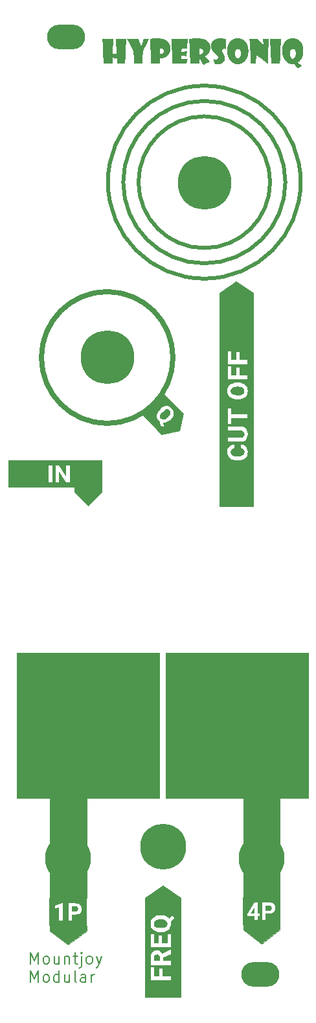
<source format=gbr>
%TF.GenerationSoftware,KiCad,Pcbnew,7.0.6*%
%TF.CreationDate,2023-07-26T19:09:21+01:00*%
%TF.ProjectId,Hypersoniq_Panel,48797065-7273-46f6-9e69-715f50616e65,rev?*%
%TF.SameCoordinates,Original*%
%TF.FileFunction,Soldermask,Top*%
%TF.FilePolarity,Negative*%
%FSLAX46Y46*%
G04 Gerber Fmt 4.6, Leading zero omitted, Abs format (unit mm)*
G04 Created by KiCad (PCBNEW 7.0.6) date 2023-07-26 19:09:21*
%MOMM*%
%LPD*%
G01*
G04 APERTURE LIST*
%ADD10C,0.100000*%
%ADD11C,0.500000*%
%ADD12C,0.700000*%
%ADD13C,0.150000*%
%ADD14C,0.200000*%
%ADD15C,6.000000*%
%ADD16C,7.000000*%
%ADD17O,5.000000X3.200000*%
G04 APERTURE END LIST*
D10*
X51100000Y-114700000D02*
X69700000Y-114700000D01*
X69700000Y-133600000D01*
X51100000Y-133600000D01*
X51100000Y-114700000D01*
G36*
X51100000Y-114700000D02*
G01*
X69700000Y-114700000D01*
X69700000Y-133600000D01*
X51100000Y-133600000D01*
X51100000Y-114700000D01*
G37*
X60200000Y-150955052D02*
X57800000Y-152755052D01*
X55400000Y-150955052D01*
X55400000Y-150300000D01*
X60200000Y-150300000D01*
X60200000Y-150955052D01*
G36*
X60200000Y-150955052D02*
G01*
X57800000Y-152755052D01*
X55400000Y-150955052D01*
X55400000Y-150300000D01*
X60200000Y-150300000D01*
X60200000Y-150955052D01*
G37*
D11*
X84200581Y-53200000D02*
G75*
G03*
X84200581Y-53200000I-8600581J0D01*
G01*
D10*
X62200000Y-93655052D02*
X60400000Y-95455052D01*
X58600000Y-93655052D01*
X58600000Y-92800000D01*
X62200000Y-92800000D01*
X62200000Y-93655052D01*
G36*
X62200000Y-93655052D02*
G01*
X60400000Y-95455052D01*
X58600000Y-93655052D01*
X58600000Y-92800000D01*
X62200000Y-92800000D01*
X62200000Y-93655052D01*
G37*
X70600000Y-114700000D02*
X89200000Y-114700000D01*
X89200000Y-133600000D01*
X70600000Y-133600000D01*
X70600000Y-114700000D01*
G36*
X70600000Y-114700000D02*
G01*
X89200000Y-114700000D01*
X89200000Y-133600000D01*
X70600000Y-133600000D01*
X70600000Y-114700000D01*
G37*
X85500000Y-150855052D02*
X83100000Y-152655052D01*
X80700000Y-150855052D01*
X80700000Y-150200000D01*
X85500000Y-150200000D01*
X85500000Y-150855052D01*
G36*
X85500000Y-150855052D02*
G01*
X83100000Y-152655052D01*
X80700000Y-150855052D01*
X80700000Y-150200000D01*
X85500000Y-150200000D01*
X85500000Y-150855052D01*
G37*
X80700000Y-133600000D02*
X85500000Y-133600000D01*
X85500000Y-146600000D01*
X80700000Y-146600000D01*
X80700000Y-133600000D01*
G36*
X80700000Y-133600000D02*
G01*
X85500000Y-133600000D01*
X85500000Y-146600000D01*
X80700000Y-146600000D01*
X80700000Y-133600000D01*
G37*
D12*
X71500581Y-76100000D02*
G75*
G03*
X71500581Y-76100000I-8600581J0D01*
G01*
D11*
X86200000Y-53200000D02*
G75*
G03*
X86200000Y-53200000I-10600000J0D01*
G01*
D10*
X55400000Y-133700000D02*
X60200000Y-133700000D01*
X60200000Y-146700000D01*
X55400000Y-146700000D01*
X55400000Y-133700000D01*
G36*
X55400000Y-133700000D02*
G01*
X60200000Y-133700000D01*
X60200000Y-146700000D01*
X55400000Y-146700000D01*
X55400000Y-133700000D01*
G37*
D11*
X88200000Y-53200000D02*
G75*
G03*
X88200000Y-53200000I-12600000J0D01*
G01*
D13*
G36*
X65398360Y-34501165D02*
G01*
X65396140Y-34533711D01*
X65393877Y-34567511D01*
X65391572Y-34602565D01*
X65389223Y-34638872D01*
X65386832Y-34676433D01*
X65384398Y-34715248D01*
X65381920Y-34755316D01*
X65379400Y-34796638D01*
X65376837Y-34839213D01*
X65374231Y-34883042D01*
X65371582Y-34928125D01*
X65368890Y-34974462D01*
X65366155Y-35022052D01*
X65363378Y-35070896D01*
X65360557Y-35120993D01*
X65357693Y-35172344D01*
X65354787Y-35224949D01*
X65351837Y-35278807D01*
X65348845Y-35333919D01*
X65345809Y-35390285D01*
X65342731Y-35447905D01*
X65339610Y-35506778D01*
X65336445Y-35566904D01*
X65333238Y-35628285D01*
X65329988Y-35690919D01*
X65326695Y-35754806D01*
X65323359Y-35819947D01*
X65319981Y-35886342D01*
X65316559Y-35953991D01*
X65313094Y-36022893D01*
X65309586Y-36093049D01*
X65306036Y-36164459D01*
X65304959Y-36199133D01*
X65303835Y-36234646D01*
X65302663Y-36270998D01*
X65301445Y-36308188D01*
X65300179Y-36346217D01*
X65298866Y-36385084D01*
X65297506Y-36424791D01*
X65296098Y-36465335D01*
X65294643Y-36506719D01*
X65293141Y-36548941D01*
X65291592Y-36592001D01*
X65289996Y-36635901D01*
X65288352Y-36680639D01*
X65286661Y-36726215D01*
X65284923Y-36772631D01*
X65283138Y-36819884D01*
X65281305Y-36867977D01*
X65279426Y-36916908D01*
X65277499Y-36966678D01*
X65275525Y-37017286D01*
X65273503Y-37068733D01*
X65271434Y-37121019D01*
X65269319Y-37174143D01*
X65267155Y-37228106D01*
X65264945Y-37282907D01*
X65262687Y-37338547D01*
X65260383Y-37395026D01*
X65258031Y-37452344D01*
X65255631Y-37510500D01*
X65253185Y-37569494D01*
X65250691Y-37629328D01*
X65248150Y-37690000D01*
X64196685Y-37690000D01*
X64173970Y-36986580D01*
X64143244Y-36996984D01*
X64112966Y-37007929D01*
X64081264Y-37019710D01*
X64050792Y-37031219D01*
X64023761Y-37041535D01*
X63991464Y-37054575D01*
X63961616Y-37066951D01*
X63934219Y-37078663D01*
X63903418Y-37092370D01*
X63876445Y-37105039D01*
X63849131Y-37118872D01*
X63833984Y-37127264D01*
X63727006Y-36882533D01*
X63713121Y-36850539D01*
X63699229Y-36820335D01*
X63686595Y-36793854D01*
X63672610Y-36765312D01*
X63657274Y-36734709D01*
X63640587Y-36702045D01*
X63622550Y-36667321D01*
X63617829Y-36658318D01*
X63597313Y-37690000D01*
X62436671Y-37690000D01*
X62376587Y-36164459D01*
X62375388Y-36126722D01*
X62374080Y-36088066D01*
X62372663Y-36048492D01*
X62371137Y-36007998D01*
X62369503Y-35966586D01*
X62367760Y-35924255D01*
X62365908Y-35881006D01*
X62363948Y-35836837D01*
X62361878Y-35791750D01*
X62359700Y-35745744D01*
X62357413Y-35698820D01*
X62355017Y-35650976D01*
X62352513Y-35602214D01*
X62349900Y-35552533D01*
X62347178Y-35501933D01*
X62344347Y-35450415D01*
X62341408Y-35397977D01*
X62338359Y-35344621D01*
X62335202Y-35290346D01*
X62331936Y-35235153D01*
X62328562Y-35179040D01*
X62325079Y-35122009D01*
X62321486Y-35064059D01*
X62317786Y-35005191D01*
X62313976Y-34945403D01*
X62310058Y-34884697D01*
X62306030Y-34823072D01*
X62301895Y-34760528D01*
X62297650Y-34697065D01*
X62293296Y-34632684D01*
X62288834Y-34567384D01*
X62284263Y-34501165D01*
X63731402Y-34501165D01*
X63634682Y-36462679D01*
X63672051Y-36465851D01*
X63709054Y-36468404D01*
X63745690Y-36470338D01*
X63781960Y-36471655D01*
X63817864Y-36472353D01*
X63853401Y-36472434D01*
X63888572Y-36471896D01*
X63923377Y-36470739D01*
X63958788Y-36469477D01*
X63991604Y-36467756D01*
X64027424Y-36465427D01*
X64058245Y-36463126D01*
X64090989Y-36460435D01*
X64125656Y-36457355D01*
X64162247Y-36453886D01*
X64056734Y-34501165D01*
X65398360Y-34501165D01*
G37*
G36*
X68401814Y-34501165D02*
G01*
X68014200Y-35223635D01*
X67994262Y-35261654D01*
X67973465Y-35301522D01*
X67951810Y-35343239D01*
X67929296Y-35386805D01*
X67905923Y-35432220D01*
X67881691Y-35479483D01*
X67856601Y-35528596D01*
X67830652Y-35579558D01*
X67817356Y-35605732D01*
X67803844Y-35632369D01*
X67790119Y-35659468D01*
X67776178Y-35687029D01*
X67762023Y-35715052D01*
X67747653Y-35743538D01*
X67733069Y-35772485D01*
X67718270Y-35801895D01*
X67703256Y-35831768D01*
X67688028Y-35862102D01*
X67672584Y-35892899D01*
X67656927Y-35924158D01*
X67641054Y-35955879D01*
X67624967Y-35988063D01*
X67608665Y-36020709D01*
X67592149Y-36053817D01*
X67588977Y-36091126D01*
X67585692Y-36130330D01*
X67582291Y-36171428D01*
X67578777Y-36214422D01*
X67575147Y-36259310D01*
X67571403Y-36306093D01*
X67567545Y-36354771D01*
X67563572Y-36405343D01*
X67559485Y-36457811D01*
X67555283Y-36512173D01*
X67550967Y-36568430D01*
X67546536Y-36626581D01*
X67544278Y-36656368D01*
X67541991Y-36686628D01*
X67539676Y-36717362D01*
X67537332Y-36748569D01*
X67534959Y-36780250D01*
X67532557Y-36812405D01*
X67530127Y-36845034D01*
X67527669Y-36878136D01*
X67526135Y-36914624D01*
X67524463Y-36953012D01*
X67522654Y-36993301D01*
X67520708Y-37035490D01*
X67518624Y-37079579D01*
X67516403Y-37125570D01*
X67514045Y-37173460D01*
X67511549Y-37223251D01*
X67508915Y-37274943D01*
X67506145Y-37328535D01*
X67503237Y-37384028D01*
X67500191Y-37441421D01*
X67498617Y-37470831D01*
X67497009Y-37500715D01*
X67495366Y-37531075D01*
X67493688Y-37561909D01*
X67491977Y-37593219D01*
X67490231Y-37625004D01*
X67488451Y-37657264D01*
X67486636Y-37690000D01*
X66431507Y-37690000D01*
X66430416Y-37656640D01*
X66429160Y-37620860D01*
X66427737Y-37582658D01*
X66426149Y-37542034D01*
X66424394Y-37498989D01*
X66422474Y-37453523D01*
X66420387Y-37405635D01*
X66418135Y-37355326D01*
X66415716Y-37302595D01*
X66413131Y-37247443D01*
X66410381Y-37189869D01*
X66408943Y-37160175D01*
X66407464Y-37129874D01*
X66405944Y-37098969D01*
X66404382Y-37067458D01*
X66402778Y-37035342D01*
X66401133Y-37002620D01*
X66399446Y-36969293D01*
X66397718Y-36935361D01*
X66395949Y-36900823D01*
X66394138Y-36865680D01*
X66390729Y-36822188D01*
X66388027Y-36789445D01*
X66384981Y-36753701D01*
X66381593Y-36714958D01*
X66377860Y-36673216D01*
X66373784Y-36628473D01*
X66369365Y-36580731D01*
X66364602Y-36529990D01*
X66359496Y-36476249D01*
X66354047Y-36419508D01*
X66351193Y-36390013D01*
X66348253Y-36359768D01*
X66345228Y-36328773D01*
X66342117Y-36297028D01*
X66338920Y-36264533D01*
X66335637Y-36231289D01*
X66332268Y-36197294D01*
X66328813Y-36162550D01*
X66325273Y-36127055D01*
X66321646Y-36090811D01*
X66317934Y-36053817D01*
X66303998Y-36024986D01*
X66288934Y-35993996D01*
X66272742Y-35960849D01*
X66255423Y-35925543D01*
X66236976Y-35888080D01*
X66217401Y-35848458D01*
X66196699Y-35806678D01*
X66174869Y-35762740D01*
X66151911Y-35716644D01*
X66127825Y-35668390D01*
X66102612Y-35617978D01*
X66076271Y-35565407D01*
X66062677Y-35538313D01*
X66048802Y-35510679D01*
X66034645Y-35482505D01*
X66020206Y-35453792D01*
X66005485Y-35424540D01*
X65990482Y-35394747D01*
X65975197Y-35364416D01*
X65959630Y-35333545D01*
X65938715Y-35294744D01*
X65916639Y-35254181D01*
X65893401Y-35211854D01*
X65869000Y-35167765D01*
X65843438Y-35121912D01*
X65816713Y-35074296D01*
X65788827Y-35024917D01*
X65759778Y-34973775D01*
X65744818Y-34947543D01*
X65729567Y-34920870D01*
X65714026Y-34893756D01*
X65698194Y-34866201D01*
X65682072Y-34838206D01*
X65665660Y-34809770D01*
X65648956Y-34780893D01*
X65631963Y-34751575D01*
X65614678Y-34721816D01*
X65597104Y-34691617D01*
X65579238Y-34660977D01*
X65561083Y-34629896D01*
X65542636Y-34598374D01*
X65523899Y-34566412D01*
X65504872Y-34534009D01*
X65485554Y-34501165D01*
X67006699Y-34501165D01*
X67016900Y-34537309D01*
X67025677Y-34567618D01*
X67035421Y-34600670D01*
X67046131Y-34636466D01*
X67057807Y-34675005D01*
X67070448Y-34716287D01*
X67079413Y-34745333D01*
X67088807Y-34775598D01*
X67098630Y-34807083D01*
X67108882Y-34839786D01*
X67119564Y-34873709D01*
X67130675Y-34908852D01*
X67136392Y-34926880D01*
X67334228Y-35487418D01*
X67349418Y-35449956D01*
X67365587Y-35409287D01*
X67376910Y-35380393D01*
X67388668Y-35350074D01*
X67400861Y-35318329D01*
X67413489Y-35285159D01*
X67426552Y-35250563D01*
X67440050Y-35214542D01*
X67453984Y-35177096D01*
X67468352Y-35138224D01*
X67483155Y-35097926D01*
X67498394Y-35056204D01*
X67514067Y-35013056D01*
X67530176Y-34968483D01*
X67546720Y-34922484D01*
X67555469Y-34893755D01*
X67564683Y-34862798D01*
X67574360Y-34829613D01*
X67584501Y-34794199D01*
X67595106Y-34756557D01*
X67606174Y-34716687D01*
X67617706Y-34674589D01*
X67625651Y-34645286D01*
X67633803Y-34614992D01*
X67642160Y-34583708D01*
X67650724Y-34551433D01*
X67659494Y-34518169D01*
X67663956Y-34501165D01*
X68401814Y-34501165D01*
G37*
G36*
X69486369Y-34407674D02*
G01*
X69532792Y-34408569D01*
X69578625Y-34410061D01*
X69623868Y-34412150D01*
X69668521Y-34414835D01*
X69712585Y-34418118D01*
X69756059Y-34421997D01*
X69798944Y-34426472D01*
X69841239Y-34431545D01*
X69882944Y-34437214D01*
X69924060Y-34443480D01*
X69964586Y-34450343D01*
X70004523Y-34457803D01*
X70043870Y-34465859D01*
X70082627Y-34474513D01*
X70120795Y-34483763D01*
X70158373Y-34493609D01*
X70195362Y-34504053D01*
X70231760Y-34515093D01*
X70267570Y-34526730D01*
X70302789Y-34538964D01*
X70337419Y-34551795D01*
X70371460Y-34565222D01*
X70404911Y-34579246D01*
X70437772Y-34593867D01*
X70470043Y-34609085D01*
X70501725Y-34624899D01*
X70532817Y-34641311D01*
X70563320Y-34658319D01*
X70593233Y-34675924D01*
X70622557Y-34694125D01*
X70651290Y-34712923D01*
X70683117Y-34734993D01*
X70713933Y-34757694D01*
X70743739Y-34781029D01*
X70772534Y-34804995D01*
X70800319Y-34829595D01*
X70827094Y-34854827D01*
X70852858Y-34880691D01*
X70877612Y-34907188D01*
X70901356Y-34934318D01*
X70924089Y-34962080D01*
X70945812Y-34990474D01*
X70966524Y-35019502D01*
X70986226Y-35049161D01*
X71004918Y-35079454D01*
X71022599Y-35110379D01*
X71039270Y-35141936D01*
X71054931Y-35174126D01*
X71069581Y-35206948D01*
X71083221Y-35240404D01*
X71095851Y-35274491D01*
X71107470Y-35309211D01*
X71118079Y-35344564D01*
X71127677Y-35380549D01*
X71136265Y-35417167D01*
X71143843Y-35454418D01*
X71150410Y-35492300D01*
X71155967Y-35530816D01*
X71160514Y-35569964D01*
X71164050Y-35609745D01*
X71166576Y-35650158D01*
X71168092Y-35691203D01*
X71168597Y-35732882D01*
X71168231Y-35769607D01*
X71167134Y-35805871D01*
X71165306Y-35841672D01*
X71162746Y-35877012D01*
X71159456Y-35911888D01*
X71155433Y-35946303D01*
X71150680Y-35980255D01*
X71145195Y-36013746D01*
X71138979Y-36046773D01*
X71132032Y-36079339D01*
X71124353Y-36111442D01*
X71115943Y-36143084D01*
X71106802Y-36174262D01*
X71096930Y-36204979D01*
X71086326Y-36235234D01*
X71074991Y-36265026D01*
X71062924Y-36294356D01*
X71050127Y-36323223D01*
X71036598Y-36351629D01*
X71022337Y-36379572D01*
X71007346Y-36407053D01*
X70991623Y-36434071D01*
X70975169Y-36460628D01*
X70957983Y-36486722D01*
X70940066Y-36512354D01*
X70921418Y-36537523D01*
X70902039Y-36562231D01*
X70881928Y-36586476D01*
X70861086Y-36610259D01*
X70839513Y-36633580D01*
X70817208Y-36656438D01*
X70794173Y-36678834D01*
X70770579Y-36700653D01*
X70746508Y-36721779D01*
X70721961Y-36742212D01*
X70696937Y-36761953D01*
X70671437Y-36781001D01*
X70645460Y-36799357D01*
X70619007Y-36817019D01*
X70592077Y-36833989D01*
X70564670Y-36850267D01*
X70536787Y-36865852D01*
X70508428Y-36880744D01*
X70479592Y-36894943D01*
X70450279Y-36908450D01*
X70420490Y-36921264D01*
X70390224Y-36933386D01*
X70359481Y-36944815D01*
X70328262Y-36955551D01*
X70296567Y-36965594D01*
X70264395Y-36974945D01*
X70231746Y-36983603D01*
X70198621Y-36991569D01*
X70165019Y-36998842D01*
X70130941Y-37005422D01*
X70096386Y-37011310D01*
X70061355Y-37016505D01*
X70025847Y-37021007D01*
X69989862Y-37024817D01*
X69953401Y-37027933D01*
X69916463Y-37030358D01*
X69879049Y-37032089D01*
X69841158Y-37033128D01*
X69802791Y-37033475D01*
X69777878Y-37690000D01*
X68642149Y-37690000D01*
X68594788Y-36470739D01*
X69818911Y-36470739D01*
X69849340Y-36469377D01*
X69878803Y-36467305D01*
X69934831Y-36461031D01*
X69986995Y-36451917D01*
X70035295Y-36439965D01*
X70079731Y-36425173D01*
X70120303Y-36407541D01*
X70157011Y-36387071D01*
X70189855Y-36363761D01*
X70218835Y-36337612D01*
X70243951Y-36308623D01*
X70265203Y-36276795D01*
X70282591Y-36242128D01*
X70296115Y-36204621D01*
X70305775Y-36164275D01*
X70311571Y-36121090D01*
X70313503Y-36075066D01*
X70312014Y-36037001D01*
X70307549Y-36001392D01*
X70300107Y-35968239D01*
X70289689Y-35937542D01*
X70276294Y-35909300D01*
X70259922Y-35883515D01*
X70240573Y-35860185D01*
X70218248Y-35839310D01*
X70192946Y-35820892D01*
X70164667Y-35804929D01*
X70133412Y-35791423D01*
X70099180Y-35780372D01*
X70061971Y-35771776D01*
X70021785Y-35765637D01*
X69978623Y-35761953D01*
X69932484Y-35760725D01*
X69900991Y-35761504D01*
X69868980Y-35763842D01*
X69839427Y-35767320D01*
X69818911Y-36470739D01*
X68594788Y-36470739D01*
X68582065Y-36143210D01*
X68580386Y-36105405D01*
X68578645Y-36066728D01*
X68576842Y-36027180D01*
X68574978Y-35986761D01*
X68573053Y-35945469D01*
X68571066Y-35903307D01*
X68569017Y-35860273D01*
X68566907Y-35816367D01*
X68564735Y-35771590D01*
X68562502Y-35725941D01*
X68560207Y-35679420D01*
X68557851Y-35632028D01*
X68555433Y-35583765D01*
X68552953Y-35534630D01*
X68550413Y-35484623D01*
X68547810Y-35433745D01*
X68545146Y-35381995D01*
X68542420Y-35329374D01*
X68539633Y-35275881D01*
X68536785Y-35221517D01*
X68533875Y-35166281D01*
X68530903Y-35110174D01*
X68527870Y-35053195D01*
X68524775Y-34995344D01*
X68521619Y-34936622D01*
X68518401Y-34877029D01*
X68515121Y-34816564D01*
X68511780Y-34755227D01*
X68508378Y-34693019D01*
X68504914Y-34629939D01*
X68501388Y-34565988D01*
X68497801Y-34501165D01*
X68539175Y-34489808D01*
X68582878Y-34479183D01*
X68628911Y-34469291D01*
X68677274Y-34460132D01*
X68727967Y-34451706D01*
X68780989Y-34444012D01*
X68836342Y-34437051D01*
X68894024Y-34430823D01*
X68923739Y-34427984D01*
X68954036Y-34425327D01*
X68984916Y-34422855D01*
X69016378Y-34420565D01*
X69048423Y-34418458D01*
X69081050Y-34416535D01*
X69114260Y-34414795D01*
X69148052Y-34413237D01*
X69182427Y-34411864D01*
X69217384Y-34410673D01*
X69252923Y-34409665D01*
X69289045Y-34408841D01*
X69325750Y-34408200D01*
X69363036Y-34407742D01*
X69400906Y-34407467D01*
X69439357Y-34407376D01*
X69486369Y-34407674D01*
G37*
G36*
X73456908Y-34501165D02*
G01*
X73368248Y-35767320D01*
X73333438Y-35763533D01*
X73303304Y-35760465D01*
X73267629Y-35756961D01*
X73237237Y-35754048D01*
X73203727Y-35750891D01*
X73167101Y-35747488D01*
X73127358Y-35743841D01*
X73084497Y-35739949D01*
X73054192Y-35737219D01*
X73038520Y-35735812D01*
X73005807Y-35733561D01*
X72972514Y-35731476D01*
X72938642Y-35729559D01*
X72904190Y-35727810D01*
X72869159Y-35726228D01*
X72833548Y-35724813D01*
X72797357Y-35723566D01*
X72760587Y-35722486D01*
X72723237Y-35721574D01*
X72685308Y-35720829D01*
X72659699Y-35720425D01*
X72628925Y-36142477D01*
X72658346Y-36143210D01*
X72690005Y-36143759D01*
X72723902Y-36144125D01*
X72760037Y-36144309D01*
X72798411Y-36144309D01*
X72839023Y-36144125D01*
X72881874Y-36143759D01*
X72926962Y-36143210D01*
X72974289Y-36142477D01*
X73023854Y-36141561D01*
X73075657Y-36140462D01*
X73129699Y-36139180D01*
X73185979Y-36137714D01*
X73244497Y-36136065D01*
X73274595Y-36135172D01*
X73305253Y-36134234D01*
X73336471Y-36133249D01*
X73368248Y-36132219D01*
X73360506Y-36161141D01*
X73351475Y-36197077D01*
X73343324Y-36230874D01*
X73334348Y-36269159D01*
X73327075Y-36300818D01*
X73319338Y-36335001D01*
X73311138Y-36371709D01*
X73302474Y-36410942D01*
X73296441Y-36438499D01*
X73289388Y-36473052D01*
X73282519Y-36508933D01*
X73275833Y-36546142D01*
X73269330Y-36584678D01*
X73264573Y-36614453D01*
X73259919Y-36644974D01*
X73255368Y-36676242D01*
X73250920Y-36708258D01*
X73246575Y-36741020D01*
X73245150Y-36752107D01*
X73216333Y-36745701D01*
X73182716Y-36739812D01*
X73149537Y-36734740D01*
X73110771Y-36729348D01*
X73078030Y-36725093D01*
X73042147Y-36720658D01*
X73003120Y-36716043D01*
X72960951Y-36711247D01*
X72946196Y-36709609D01*
X72916681Y-36708097D01*
X72883823Y-36706861D01*
X72847621Y-36705899D01*
X72818276Y-36705358D01*
X72787051Y-36704972D01*
X72753945Y-36704740D01*
X72718959Y-36704663D01*
X72682092Y-36704740D01*
X72643345Y-36704972D01*
X72616468Y-36705212D01*
X72595952Y-37127264D01*
X72627220Y-37126873D01*
X72663048Y-37126251D01*
X72703436Y-37125396D01*
X72732894Y-37124698D01*
X72764378Y-37123897D01*
X72797889Y-37122992D01*
X72833426Y-37121985D01*
X72870990Y-37120874D01*
X72910580Y-37119660D01*
X72952197Y-37118344D01*
X72995840Y-37116924D01*
X73041510Y-37115402D01*
X73089206Y-37113776D01*
X73138928Y-37112047D01*
X73164549Y-37111144D01*
X73197256Y-37108723D01*
X73229982Y-37105524D01*
X73259743Y-37102192D01*
X73292687Y-37098174D01*
X73328814Y-37093468D01*
X73357998Y-37089488D01*
X73388973Y-37085122D01*
X73421737Y-37080369D01*
X73414147Y-37109882D01*
X73405460Y-37143881D01*
X73396965Y-37177238D01*
X73389692Y-37205846D01*
X73381646Y-37237533D01*
X73372827Y-37272298D01*
X73363236Y-37310142D01*
X73352872Y-37351064D01*
X73345533Y-37380055D01*
X73338195Y-37411826D01*
X73330467Y-37445589D01*
X73322349Y-37481344D01*
X73313843Y-37519091D01*
X73307207Y-37548708D01*
X73300353Y-37579446D01*
X73293280Y-37611305D01*
X73285988Y-37644284D01*
X73278477Y-37678384D01*
X73275924Y-37690000D01*
X71431646Y-37690000D01*
X71371563Y-36062609D01*
X71370508Y-36027279D01*
X71369359Y-35991080D01*
X71368115Y-35954012D01*
X71366777Y-35916075D01*
X71365344Y-35877270D01*
X71363817Y-35837596D01*
X71362196Y-35797053D01*
X71360480Y-35755642D01*
X71358670Y-35713362D01*
X71356765Y-35670213D01*
X71354766Y-35626196D01*
X71352672Y-35581310D01*
X71350484Y-35535555D01*
X71348201Y-35488932D01*
X71345824Y-35441440D01*
X71343353Y-35393079D01*
X71340787Y-35343849D01*
X71338126Y-35293751D01*
X71335371Y-35242784D01*
X71332522Y-35190949D01*
X71329578Y-35138244D01*
X71326540Y-35084672D01*
X71323407Y-35030230D01*
X71320180Y-34974920D01*
X71316858Y-34918741D01*
X71313442Y-34861693D01*
X71309932Y-34803777D01*
X71306327Y-34744992D01*
X71302627Y-34685338D01*
X71298834Y-34624816D01*
X71294945Y-34563425D01*
X71290963Y-34501165D01*
X73456908Y-34501165D01*
G37*
G36*
X74762311Y-34408612D02*
G01*
X74865584Y-34412322D01*
X74965472Y-34418504D01*
X75061973Y-34427159D01*
X75155088Y-34438288D01*
X75244817Y-34451889D01*
X75331160Y-34467963D01*
X75414118Y-34486510D01*
X75493689Y-34507530D01*
X75569874Y-34531024D01*
X75642673Y-34556990D01*
X75712086Y-34585429D01*
X75778113Y-34616341D01*
X75840755Y-34649726D01*
X75900010Y-34685584D01*
X75955879Y-34723914D01*
X76008362Y-34764718D01*
X76057459Y-34807995D01*
X76103170Y-34853745D01*
X76145495Y-34901967D01*
X76184434Y-34952663D01*
X76219987Y-35005832D01*
X76252154Y-35061473D01*
X76280935Y-35119588D01*
X76306331Y-35180175D01*
X76328340Y-35243236D01*
X76346963Y-35308769D01*
X76362200Y-35376775D01*
X76374051Y-35447255D01*
X76382516Y-35520207D01*
X76387595Y-35595632D01*
X76389288Y-35673531D01*
X76388458Y-35721364D01*
X76385968Y-35768510D01*
X76381817Y-35814970D01*
X76376007Y-35860743D01*
X76368537Y-35905828D01*
X76359406Y-35950227D01*
X76348616Y-35993939D01*
X76336165Y-36036964D01*
X76322054Y-36079302D01*
X76306283Y-36120953D01*
X76288852Y-36161917D01*
X76269761Y-36202194D01*
X76249010Y-36241784D01*
X76226599Y-36280688D01*
X76202528Y-36318904D01*
X76176796Y-36356434D01*
X76152980Y-36388373D01*
X76128425Y-36419162D01*
X76103131Y-36448800D01*
X76077100Y-36477288D01*
X76050329Y-36504625D01*
X76022820Y-36530811D01*
X75994573Y-36555847D01*
X75965587Y-36579733D01*
X75935863Y-36602467D01*
X75905401Y-36624051D01*
X75874200Y-36644485D01*
X75842260Y-36663767D01*
X75809582Y-36681900D01*
X75776166Y-36698881D01*
X75742011Y-36714712D01*
X75707117Y-36729392D01*
X75724863Y-36755862D01*
X75741749Y-36779922D01*
X75761700Y-36807588D01*
X75784717Y-36838861D01*
X75810799Y-36873740D01*
X75829890Y-36898996D01*
X75850343Y-36925855D01*
X75872159Y-36954317D01*
X75895337Y-36984382D01*
X75919878Y-37016050D01*
X75945781Y-37049320D01*
X75973046Y-37084193D01*
X76001674Y-37120669D01*
X76024745Y-37146852D01*
X76049991Y-37174568D01*
X76077415Y-37203816D01*
X76107015Y-37234597D01*
X76127958Y-37255969D01*
X76149869Y-37278023D01*
X76172746Y-37300757D01*
X76196592Y-37324173D01*
X76221404Y-37348270D01*
X76247184Y-37373049D01*
X76273932Y-37398508D01*
X76301647Y-37424649D01*
X76330329Y-37451471D01*
X76359979Y-37478974D01*
X76332158Y-37489873D01*
X76297056Y-37504253D01*
X76265950Y-37517322D01*
X76230749Y-37532348D01*
X76191452Y-37549333D01*
X76162979Y-37561743D01*
X76132685Y-37575024D01*
X76100571Y-37589175D01*
X76066637Y-37604196D01*
X76030882Y-37620087D01*
X75993307Y-37636848D01*
X75953911Y-37654479D01*
X75933531Y-37663621D01*
X75904785Y-37677251D01*
X75876252Y-37690847D01*
X75847930Y-37704408D01*
X75819820Y-37717935D01*
X75791922Y-37731427D01*
X75764236Y-37744885D01*
X75736761Y-37758309D01*
X75709499Y-37771699D01*
X75682448Y-37785054D01*
X75655609Y-37798375D01*
X75628982Y-37811661D01*
X75602566Y-37824913D01*
X75576363Y-37838131D01*
X75537454Y-37857893D01*
X75499023Y-37877578D01*
X75476686Y-37849256D01*
X75453691Y-37818459D01*
X75433455Y-37790612D01*
X75410655Y-37758696D01*
X75385292Y-37722709D01*
X75366960Y-37696457D01*
X75347488Y-37668395D01*
X75326877Y-37638525D01*
X75305127Y-37606846D01*
X75282238Y-37573358D01*
X75258210Y-37538061D01*
X75233042Y-37500956D01*
X75214534Y-37467759D01*
X75194454Y-37430545D01*
X75180194Y-37403503D01*
X75165236Y-37374674D01*
X75149580Y-37344060D01*
X75133225Y-37311660D01*
X75116172Y-37277473D01*
X75098420Y-37241501D01*
X75079970Y-37203743D01*
X75060822Y-37164198D01*
X75040976Y-37122868D01*
X75020431Y-37079751D01*
X74999187Y-37034849D01*
X74977245Y-36988160D01*
X74954605Y-36939685D01*
X74950209Y-36939685D01*
X74929692Y-37690000D01*
X73769783Y-37690000D01*
X73766872Y-37631104D01*
X73765363Y-37599936D01*
X73763818Y-37567622D01*
X73762238Y-37534162D01*
X73760621Y-37499556D01*
X73758969Y-37463803D01*
X73757281Y-37426904D01*
X73755557Y-37388859D01*
X73753798Y-37349667D01*
X73752002Y-37309329D01*
X73750171Y-37267845D01*
X73748304Y-37225214D01*
X73746402Y-37181437D01*
X73744463Y-37136514D01*
X73742489Y-37090444D01*
X73740479Y-37043228D01*
X73738433Y-36994866D01*
X73736352Y-36945358D01*
X73734234Y-36894703D01*
X73732081Y-36842902D01*
X73729892Y-36789954D01*
X73727668Y-36735860D01*
X73725407Y-36680620D01*
X73723111Y-36624234D01*
X73720779Y-36566701D01*
X73718799Y-36517634D01*
X74971458Y-36517634D01*
X75003147Y-36516919D01*
X75034192Y-36514774D01*
X75064593Y-36511200D01*
X75094350Y-36506196D01*
X75123463Y-36499763D01*
X75151932Y-36491900D01*
X75179758Y-36482607D01*
X75215856Y-36467992D01*
X75250809Y-36450836D01*
X75276273Y-36436301D01*
X75307962Y-36415616D01*
X75336534Y-36393127D01*
X75361989Y-36368836D01*
X75384328Y-36342741D01*
X75403549Y-36314843D01*
X75419653Y-36285141D01*
X75432640Y-36253637D01*
X75442511Y-36220329D01*
X75449264Y-36185218D01*
X75452901Y-36148304D01*
X75453593Y-36122693D01*
X75452144Y-36084712D01*
X75447797Y-36048805D01*
X75440552Y-36014971D01*
X75430409Y-35983211D01*
X75417368Y-35953525D01*
X75401429Y-35925913D01*
X75382592Y-35900374D01*
X75360857Y-35876909D01*
X75336224Y-35855517D01*
X75308693Y-35836199D01*
X75288729Y-35824473D01*
X75257348Y-35809314D01*
X75224020Y-35796446D01*
X75188746Y-35785867D01*
X75151526Y-35777578D01*
X75122334Y-35772864D01*
X75092046Y-35769438D01*
X75060664Y-35767300D01*
X75028187Y-35766450D01*
X74994615Y-35766888D01*
X74983182Y-35767320D01*
X74971458Y-36517634D01*
X73718799Y-36517634D01*
X73718411Y-36508022D01*
X73716008Y-36448196D01*
X73713568Y-36387225D01*
X73711093Y-36325107D01*
X73708582Y-36261842D01*
X73706036Y-36197431D01*
X73704799Y-36158686D01*
X73703471Y-36119021D01*
X73702052Y-36078435D01*
X73700540Y-36036930D01*
X73698937Y-35994504D01*
X73697243Y-35951157D01*
X73695457Y-35906891D01*
X73693579Y-35861704D01*
X73691610Y-35815598D01*
X73689549Y-35768571D01*
X73687397Y-35720623D01*
X73685153Y-35671756D01*
X73682817Y-35621968D01*
X73680390Y-35571261D01*
X73677872Y-35519633D01*
X73675261Y-35467084D01*
X73672559Y-35413616D01*
X73669766Y-35359227D01*
X73666881Y-35303918D01*
X73663904Y-35247689D01*
X73660836Y-35190540D01*
X73657676Y-35132471D01*
X73654424Y-35073481D01*
X73651081Y-35013571D01*
X73647646Y-34952741D01*
X73644120Y-34890991D01*
X73640502Y-34828320D01*
X73636793Y-34764730D01*
X73632992Y-34700219D01*
X73629099Y-34634788D01*
X73625115Y-34568436D01*
X73621039Y-34501165D01*
X73656388Y-34495395D01*
X73691542Y-34489808D01*
X73726501Y-34484404D01*
X73761265Y-34479183D01*
X73795835Y-34474146D01*
X73830210Y-34469291D01*
X73864391Y-34464620D01*
X73898377Y-34460132D01*
X73932168Y-34455827D01*
X73965765Y-34451706D01*
X73999167Y-34447767D01*
X74032375Y-34444012D01*
X74065388Y-34440440D01*
X74098206Y-34437051D01*
X74130829Y-34433845D01*
X74163258Y-34430823D01*
X74195493Y-34427984D01*
X74227532Y-34425327D01*
X74259377Y-34422855D01*
X74291028Y-34420565D01*
X74322484Y-34418458D01*
X74353745Y-34416535D01*
X74384811Y-34414795D01*
X74415683Y-34413237D01*
X74446361Y-34411864D01*
X74476843Y-34410673D01*
X74507131Y-34409665D01*
X74537225Y-34408841D01*
X74567123Y-34408200D01*
X74596828Y-34407742D01*
X74626337Y-34407467D01*
X74655652Y-34407376D01*
X74762311Y-34408612D01*
G37*
G36*
X78455582Y-35814214D02*
G01*
X78418637Y-35803224D01*
X78384004Y-35793698D01*
X78351684Y-35785638D01*
X78321676Y-35779043D01*
X78287419Y-35772861D01*
X78256775Y-35768968D01*
X78224773Y-35767320D01*
X78194941Y-35768983D01*
X78165897Y-35773974D01*
X78137640Y-35782293D01*
X78110169Y-35793938D01*
X78083486Y-35808911D01*
X78057590Y-35827212D01*
X78047452Y-35835464D01*
X78024784Y-35856930D01*
X78005137Y-35879931D01*
X77988514Y-35904466D01*
X77974912Y-35930535D01*
X77964334Y-35958138D01*
X77956777Y-35987276D01*
X77952243Y-36017947D01*
X77950732Y-36050153D01*
X77955061Y-36086825D01*
X77964759Y-36122809D01*
X77975668Y-36153674D01*
X77989694Y-36187862D01*
X78006837Y-36225372D01*
X78019998Y-36252226D01*
X78034544Y-36280556D01*
X78050475Y-36310363D01*
X78067791Y-36341647D01*
X78086493Y-36374408D01*
X78106580Y-36408646D01*
X78128053Y-36444361D01*
X78149525Y-36480631D01*
X78169612Y-36516535D01*
X78188314Y-36552072D01*
X78205630Y-36587243D01*
X78221561Y-36622048D01*
X78236107Y-36656486D01*
X78249268Y-36690558D01*
X78261043Y-36724263D01*
X78271433Y-36757602D01*
X78280437Y-36790575D01*
X78288056Y-36823182D01*
X78294290Y-36855422D01*
X78299139Y-36887295D01*
X78302602Y-36918803D01*
X78304680Y-36949944D01*
X78305373Y-36980718D01*
X78304351Y-37024731D01*
X78301286Y-37067741D01*
X78296177Y-37109750D01*
X78289024Y-37150757D01*
X78279828Y-37190762D01*
X78268588Y-37229766D01*
X78255304Y-37267768D01*
X78239977Y-37304767D01*
X78222606Y-37340766D01*
X78203192Y-37375762D01*
X78181733Y-37409757D01*
X78158232Y-37442749D01*
X78132686Y-37474740D01*
X78105098Y-37505730D01*
X78075465Y-37535717D01*
X78043789Y-37564703D01*
X78012101Y-37591233D01*
X77979503Y-37616051D01*
X77945995Y-37639158D01*
X77911577Y-37660553D01*
X77876249Y-37680236D01*
X77840010Y-37698208D01*
X77802861Y-37714469D01*
X77764802Y-37729017D01*
X77725833Y-37741854D01*
X77685954Y-37752980D01*
X77645164Y-37762394D01*
X77603465Y-37770096D01*
X77560855Y-37776087D01*
X77517335Y-37780366D01*
X77472904Y-37782933D01*
X77427564Y-37783789D01*
X77385944Y-37783606D01*
X77345716Y-37783056D01*
X77306879Y-37782140D01*
X77269432Y-37780858D01*
X77233377Y-37779209D01*
X77198712Y-37777194D01*
X77165439Y-37774813D01*
X77133557Y-37772065D01*
X77103065Y-37768951D01*
X77059937Y-37763593D01*
X77019938Y-37757411D01*
X76983069Y-37750404D01*
X76949330Y-37742573D01*
X76928576Y-37736894D01*
X76922190Y-37704705D01*
X76916127Y-37674806D01*
X76909218Y-37641221D01*
X76901461Y-37603949D01*
X76895088Y-37573576D01*
X76888238Y-37541129D01*
X76880911Y-37506608D01*
X76873108Y-37470014D01*
X76864829Y-37431346D01*
X76857158Y-37401591D01*
X76848800Y-37369477D01*
X76839755Y-37335004D01*
X76830024Y-37298173D01*
X76822274Y-37269002D01*
X76814139Y-37238504D01*
X76805616Y-37206680D01*
X76796708Y-37173529D01*
X76787413Y-37139051D01*
X76784228Y-37127264D01*
X76825380Y-37135645D01*
X76863930Y-37143201D01*
X76899878Y-37149933D01*
X76933224Y-37155840D01*
X76963969Y-37160924D01*
X77000914Y-37166419D01*
X77033234Y-37170449D01*
X77067130Y-37173426D01*
X77089043Y-37174159D01*
X77126221Y-37173223D01*
X77161000Y-37170415D01*
X77193380Y-37165735D01*
X77223362Y-37159183D01*
X77263837Y-37145846D01*
X77298916Y-37128297D01*
X77328598Y-37106536D01*
X77352883Y-37080564D01*
X77371771Y-37050380D01*
X77385263Y-37015984D01*
X77393358Y-36977376D01*
X77396057Y-36934556D01*
X77394968Y-36902311D01*
X77391703Y-36870697D01*
X77386261Y-36839715D01*
X77378643Y-36809363D01*
X77368848Y-36779642D01*
X77356876Y-36750553D01*
X77342727Y-36722094D01*
X77326402Y-36694267D01*
X77307900Y-36667071D01*
X77287221Y-36640506D01*
X77272226Y-36623147D01*
X77246949Y-36600332D01*
X77221679Y-36577500D01*
X77196414Y-36554651D01*
X77171155Y-36531785D01*
X77145901Y-36508901D01*
X77120654Y-36486001D01*
X77095412Y-36463083D01*
X77070176Y-36440148D01*
X77044945Y-36417196D01*
X77019720Y-36394226D01*
X76994501Y-36371240D01*
X76969288Y-36348236D01*
X76944081Y-36325215D01*
X76918879Y-36302177D01*
X76893683Y-36279122D01*
X76868492Y-36256050D01*
X76844419Y-36233663D01*
X76821111Y-36211016D01*
X76798567Y-36188108D01*
X76776787Y-36164940D01*
X76755771Y-36141511D01*
X76735519Y-36117822D01*
X76716032Y-36093872D01*
X76697308Y-36069662D01*
X76679349Y-36045191D01*
X76662155Y-36020460D01*
X76645724Y-35995469D01*
X76630058Y-35970217D01*
X76615156Y-35944705D01*
X76601018Y-35918932D01*
X76575034Y-35866605D01*
X76552108Y-35813236D01*
X76532238Y-35758825D01*
X76515426Y-35703372D01*
X76501670Y-35646878D01*
X76490971Y-35589341D01*
X76486768Y-35560182D01*
X76483329Y-35530763D01*
X76480654Y-35501083D01*
X76478744Y-35471143D01*
X76477597Y-35440942D01*
X76477215Y-35410481D01*
X76477577Y-35378758D01*
X76478663Y-35347521D01*
X76480474Y-35316768D01*
X76483008Y-35286501D01*
X76486267Y-35256719D01*
X76490250Y-35227422D01*
X76500388Y-35170283D01*
X76513422Y-35115086D01*
X76529353Y-35061828D01*
X76548181Y-35010511D01*
X76569905Y-34961135D01*
X76594526Y-34913700D01*
X76622044Y-34868205D01*
X76652457Y-34824650D01*
X76685768Y-34783036D01*
X76721975Y-34743363D01*
X76761079Y-34705630D01*
X76803079Y-34669838D01*
X76847976Y-34635987D01*
X76889292Y-34608304D01*
X76932274Y-34582406D01*
X76976922Y-34558295D01*
X77023235Y-34535969D01*
X77071215Y-34515430D01*
X77120860Y-34496677D01*
X77172171Y-34479710D01*
X77225148Y-34464528D01*
X77279790Y-34451133D01*
X77336099Y-34439524D01*
X77394073Y-34429701D01*
X77423685Y-34425459D01*
X77453713Y-34421664D01*
X77484158Y-34418315D01*
X77515019Y-34415413D01*
X77546297Y-34412957D01*
X77577991Y-34410948D01*
X77610101Y-34409385D01*
X77642628Y-34408269D01*
X77675572Y-34407599D01*
X77708932Y-34407376D01*
X77747412Y-34407728D01*
X77786464Y-34408784D01*
X77826088Y-34410544D01*
X77866285Y-34413008D01*
X77907055Y-34416177D01*
X77948397Y-34420050D01*
X77990311Y-34424626D01*
X78032798Y-34429907D01*
X78075857Y-34435892D01*
X78119489Y-34442581D01*
X78163693Y-34449974D01*
X78208469Y-34458071D01*
X78253819Y-34466873D01*
X78299740Y-34476378D01*
X78346234Y-34486588D01*
X78393300Y-34497501D01*
X78455582Y-35814214D01*
G37*
G36*
X80022167Y-34407782D02*
G01*
X80059113Y-34409001D01*
X80095623Y-34411034D01*
X80131699Y-34413879D01*
X80167339Y-34417537D01*
X80202544Y-34422007D01*
X80237315Y-34427291D01*
X80271650Y-34433387D01*
X80305550Y-34440297D01*
X80339015Y-34448019D01*
X80372045Y-34456554D01*
X80404640Y-34465902D01*
X80436800Y-34476063D01*
X80468525Y-34487037D01*
X80499815Y-34498824D01*
X80530669Y-34511423D01*
X80561089Y-34524835D01*
X80591074Y-34539061D01*
X80620623Y-34554099D01*
X80649738Y-34569950D01*
X80678417Y-34586614D01*
X80706662Y-34604090D01*
X80734471Y-34622380D01*
X80761845Y-34641482D01*
X80788785Y-34661398D01*
X80815289Y-34682126D01*
X80841358Y-34703667D01*
X80866992Y-34726021D01*
X80892191Y-34749188D01*
X80916955Y-34773167D01*
X80941284Y-34797960D01*
X80965177Y-34823565D01*
X80989926Y-34851590D01*
X81013890Y-34880252D01*
X81037067Y-34909550D01*
X81059459Y-34939485D01*
X81081065Y-34970057D01*
X81101886Y-35001266D01*
X81121921Y-35033112D01*
X81141170Y-35065595D01*
X81159633Y-35098714D01*
X81177311Y-35132471D01*
X81194203Y-35166864D01*
X81210309Y-35201894D01*
X81225630Y-35237561D01*
X81240165Y-35273864D01*
X81253915Y-35310805D01*
X81266878Y-35348382D01*
X81279056Y-35386596D01*
X81290449Y-35425448D01*
X81301055Y-35464935D01*
X81310876Y-35505060D01*
X81319912Y-35545822D01*
X81328161Y-35587220D01*
X81335625Y-35629256D01*
X81342304Y-35671928D01*
X81348196Y-35715237D01*
X81353303Y-35759183D01*
X81357624Y-35803765D01*
X81361160Y-35848985D01*
X81363910Y-35894841D01*
X81365874Y-35941334D01*
X81367053Y-35988464D01*
X81367445Y-36036231D01*
X81367079Y-36081259D01*
X81365980Y-36125850D01*
X81364148Y-36170005D01*
X81361584Y-36213723D01*
X81358286Y-36257005D01*
X81354256Y-36299850D01*
X81349494Y-36342259D01*
X81343998Y-36384231D01*
X81337770Y-36425767D01*
X81330809Y-36466867D01*
X81323115Y-36507529D01*
X81314689Y-36547756D01*
X81305530Y-36587546D01*
X81295638Y-36626899D01*
X81285013Y-36665816D01*
X81273656Y-36704296D01*
X81261566Y-36742340D01*
X81248743Y-36779948D01*
X81235188Y-36817119D01*
X81220900Y-36853853D01*
X81205879Y-36890151D01*
X81190125Y-36926013D01*
X81173639Y-36961438D01*
X81156420Y-36996426D01*
X81138468Y-37030978D01*
X81119783Y-37065094D01*
X81100366Y-37098773D01*
X81080216Y-37132015D01*
X81059333Y-37164821D01*
X81037718Y-37197191D01*
X81015369Y-37229124D01*
X80992288Y-37260621D01*
X80967481Y-37292808D01*
X80942242Y-37323973D01*
X80916573Y-37354116D01*
X80890473Y-37383238D01*
X80863943Y-37411338D01*
X80836981Y-37438416D01*
X80809589Y-37464472D01*
X80781766Y-37489507D01*
X80753513Y-37513519D01*
X80724828Y-37536510D01*
X80695713Y-37558479D01*
X80666167Y-37579426D01*
X80636190Y-37599352D01*
X80605783Y-37618255D01*
X80574944Y-37636137D01*
X80543675Y-37652997D01*
X80511976Y-37668835D01*
X80479845Y-37683651D01*
X80447284Y-37697446D01*
X80414292Y-37710218D01*
X80380869Y-37721969D01*
X80347015Y-37732698D01*
X80312731Y-37742405D01*
X80278015Y-37751091D01*
X80242870Y-37758754D01*
X80207293Y-37765396D01*
X80171285Y-37771016D01*
X80134847Y-37775614D01*
X80097978Y-37779191D01*
X80060678Y-37781745D01*
X80022948Y-37783278D01*
X79984787Y-37783789D01*
X79945455Y-37783274D01*
X79906597Y-37781731D01*
X79868210Y-37779158D01*
X79830295Y-37775557D01*
X79792853Y-37770927D01*
X79755883Y-37765267D01*
X79719386Y-37758579D01*
X79683360Y-37750862D01*
X79647807Y-37742116D01*
X79612727Y-37732340D01*
X79578118Y-37721536D01*
X79543982Y-37709703D01*
X79510318Y-37696841D01*
X79477126Y-37682950D01*
X79444407Y-37668030D01*
X79412159Y-37652081D01*
X79380384Y-37635103D01*
X79349082Y-37617096D01*
X79318251Y-37598060D01*
X79287893Y-37577995D01*
X79258007Y-37556901D01*
X79228594Y-37534778D01*
X79199652Y-37511627D01*
X79171183Y-37487446D01*
X79143186Y-37462236D01*
X79115662Y-37435997D01*
X79088610Y-37408730D01*
X79062030Y-37380433D01*
X79035922Y-37351108D01*
X79010286Y-37320753D01*
X78985123Y-37289369D01*
X78960432Y-37256957D01*
X78937712Y-37225686D01*
X78915713Y-37193971D01*
X78894435Y-37161812D01*
X78873879Y-37129210D01*
X78854043Y-37096165D01*
X78834929Y-37062675D01*
X78816537Y-37028742D01*
X78798866Y-36994365D01*
X78781915Y-36959545D01*
X78765687Y-36924281D01*
X78750179Y-36888573D01*
X78735393Y-36852422D01*
X78721328Y-36815827D01*
X78707984Y-36778789D01*
X78695362Y-36741306D01*
X78683461Y-36703381D01*
X78672281Y-36665011D01*
X78661822Y-36626198D01*
X78652085Y-36586941D01*
X78643069Y-36547241D01*
X78634774Y-36507097D01*
X78627201Y-36466509D01*
X78620349Y-36425477D01*
X78614367Y-36385010D01*
X79611828Y-36385010D01*
X79612697Y-36427604D01*
X79615305Y-36469657D01*
X79619652Y-36511170D01*
X79625738Y-36552141D01*
X79633563Y-36592571D01*
X79643126Y-36632460D01*
X79654428Y-36671809D01*
X79667469Y-36710616D01*
X79682249Y-36748883D01*
X79698768Y-36786608D01*
X79710746Y-36811458D01*
X79724868Y-36838343D01*
X79746803Y-36875418D01*
X79769639Y-36908590D01*
X79793377Y-36937860D01*
X79818016Y-36963227D01*
X79843558Y-36984692D01*
X79870000Y-37002254D01*
X79897344Y-37015913D01*
X79925590Y-37025669D01*
X79954738Y-37031523D01*
X79984787Y-37033475D01*
X80014140Y-37031485D01*
X80042850Y-37025515D01*
X80070915Y-37015565D01*
X80098337Y-37001635D01*
X80125114Y-36983726D01*
X80151248Y-36961836D01*
X80176737Y-36935967D01*
X80201583Y-36906117D01*
X80225784Y-36872288D01*
X80241561Y-36847524D01*
X80257051Y-36820991D01*
X80264689Y-36807062D01*
X80284593Y-36768334D01*
X80302539Y-36729361D01*
X80318527Y-36690143D01*
X80332558Y-36650681D01*
X80344631Y-36610974D01*
X80354746Y-36571023D01*
X80362903Y-36530827D01*
X80369103Y-36490385D01*
X80373345Y-36449700D01*
X80375629Y-36408769D01*
X80376064Y-36381346D01*
X80375685Y-36346454D01*
X80374550Y-36312670D01*
X80372657Y-36279994D01*
X80370007Y-36248425D01*
X80366600Y-36217964D01*
X80362437Y-36188610D01*
X80351838Y-36133226D01*
X80338211Y-36082273D01*
X80321556Y-36035750D01*
X80301872Y-35993659D01*
X80279160Y-35955997D01*
X80253420Y-35922767D01*
X80224652Y-35893967D01*
X80192856Y-35869598D01*
X80158031Y-35849660D01*
X80120178Y-35834153D01*
X80079297Y-35823076D01*
X80035388Y-35816430D01*
X79988450Y-35814214D01*
X79942844Y-35816444D01*
X79900179Y-35823133D01*
X79860458Y-35834281D01*
X79823678Y-35849889D01*
X79789841Y-35869956D01*
X79758946Y-35894483D01*
X79730994Y-35923468D01*
X79705983Y-35956913D01*
X79683916Y-35994818D01*
X79664790Y-36037181D01*
X79648607Y-36084005D01*
X79635367Y-36135287D01*
X79625068Y-36191029D01*
X79621023Y-36220572D01*
X79617713Y-36251230D01*
X79615138Y-36283003D01*
X79613299Y-36315890D01*
X79612196Y-36349893D01*
X79611828Y-36385010D01*
X78614367Y-36385010D01*
X78614218Y-36384002D01*
X78608808Y-36342084D01*
X78604120Y-36299722D01*
X78600153Y-36256916D01*
X78596907Y-36213666D01*
X78594383Y-36169973D01*
X78592580Y-36125836D01*
X78591498Y-36081255D01*
X78591137Y-36036231D01*
X78591530Y-35988197D01*
X78592708Y-35940813D01*
X78594673Y-35894081D01*
X78597422Y-35848000D01*
X78600958Y-35802570D01*
X78605279Y-35757791D01*
X78610386Y-35713664D01*
X78616279Y-35670187D01*
X78622957Y-35627362D01*
X78630421Y-35585188D01*
X78638671Y-35543665D01*
X78647706Y-35502793D01*
X78657527Y-35462573D01*
X78668134Y-35423003D01*
X78679526Y-35384085D01*
X78691704Y-35345818D01*
X78704668Y-35308202D01*
X78718417Y-35271237D01*
X78732952Y-35234923D01*
X78748273Y-35199261D01*
X78764379Y-35164249D01*
X78781271Y-35129889D01*
X78798949Y-35096180D01*
X78817413Y-35063122D01*
X78836662Y-35030715D01*
X78856697Y-34998959D01*
X78877517Y-34967855D01*
X78899123Y-34937402D01*
X78921515Y-34907600D01*
X78944693Y-34878449D01*
X78968656Y-34849949D01*
X78993405Y-34822100D01*
X79017309Y-34796585D01*
X79041671Y-34771879D01*
X79066488Y-34747984D01*
X79091762Y-34724899D01*
X79117493Y-34702624D01*
X79143680Y-34681159D01*
X79170324Y-34660503D01*
X79197424Y-34640658D01*
X79224981Y-34621623D01*
X79252994Y-34603398D01*
X79281464Y-34585983D01*
X79310390Y-34569377D01*
X79339773Y-34553582D01*
X79369612Y-34538597D01*
X79399908Y-34524422D01*
X79430661Y-34511057D01*
X79461870Y-34498502D01*
X79493535Y-34486756D01*
X79525657Y-34475821D01*
X79558236Y-34465696D01*
X79591271Y-34456381D01*
X79624762Y-34447876D01*
X79658710Y-34440181D01*
X79693115Y-34433296D01*
X79727976Y-34427221D01*
X79763294Y-34421956D01*
X79799068Y-34417501D01*
X79835299Y-34413856D01*
X79871986Y-34411021D01*
X79909130Y-34408996D01*
X79946730Y-34407781D01*
X79984787Y-34407376D01*
X80022167Y-34407782D01*
G37*
G36*
X84041172Y-34501165D02*
G01*
X84037508Y-34556094D01*
X84035608Y-34585394D01*
X84033661Y-34615917D01*
X84031669Y-34647664D01*
X84029631Y-34680635D01*
X84027548Y-34714829D01*
X84025418Y-34750247D01*
X84023243Y-34786888D01*
X84021022Y-34824753D01*
X84018755Y-34863842D01*
X84016442Y-34904154D01*
X84014084Y-34945690D01*
X84011680Y-34988449D01*
X84009229Y-35032432D01*
X84006734Y-35077639D01*
X84004192Y-35124069D01*
X84001605Y-35171723D01*
X83998971Y-35220601D01*
X83996292Y-35270702D01*
X83993567Y-35322026D01*
X83990797Y-35374574D01*
X83987980Y-35428346D01*
X83985118Y-35483342D01*
X83982210Y-35539561D01*
X83979256Y-35597003D01*
X83976257Y-35655670D01*
X83973211Y-35715559D01*
X83970120Y-35776673D01*
X83966983Y-35839010D01*
X83963800Y-35902570D01*
X83960572Y-35967355D01*
X83958658Y-36015665D01*
X83956765Y-36064427D01*
X83954892Y-36113639D01*
X83953038Y-36163302D01*
X83951205Y-36213416D01*
X83949392Y-36263981D01*
X83947599Y-36314996D01*
X83945826Y-36366463D01*
X83944072Y-36418380D01*
X83942339Y-36470748D01*
X83940626Y-36523567D01*
X83938933Y-36576836D01*
X83937260Y-36630556D01*
X83935607Y-36684727D01*
X83933975Y-36739349D01*
X83932362Y-36794422D01*
X83930769Y-36849946D01*
X83929196Y-36905920D01*
X83927643Y-36962345D01*
X83926111Y-37019221D01*
X83924598Y-37076548D01*
X83923105Y-37134325D01*
X83921633Y-37192553D01*
X83920180Y-37251232D01*
X83918748Y-37310362D01*
X83917335Y-37369943D01*
X83915943Y-37429975D01*
X83914570Y-37490457D01*
X83913218Y-37551390D01*
X83911885Y-37612774D01*
X83910573Y-37674609D01*
X83909281Y-37736894D01*
X83874470Y-37708578D01*
X83837450Y-37678585D01*
X83798221Y-37646914D01*
X83756782Y-37613567D01*
X83713133Y-37578542D01*
X83667274Y-37541839D01*
X83643516Y-37522859D01*
X83619206Y-37503460D01*
X83594343Y-37483641D01*
X83568928Y-37463403D01*
X83542961Y-37442746D01*
X83516441Y-37421669D01*
X83489369Y-37400173D01*
X83461744Y-37378258D01*
X83433567Y-37355923D01*
X83404837Y-37333169D01*
X83375555Y-37309996D01*
X83345721Y-37286403D01*
X83315334Y-37262392D01*
X83284395Y-37237960D01*
X83252903Y-37213110D01*
X83220859Y-37187840D01*
X83188263Y-37162151D01*
X83155114Y-37136042D01*
X83121413Y-37109515D01*
X83087159Y-37082568D01*
X83056382Y-37060279D01*
X83023767Y-37036646D01*
X82989314Y-37011667D01*
X82953024Y-36985344D01*
X82914897Y-36957675D01*
X82874931Y-36928660D01*
X82833129Y-36898301D01*
X82789488Y-36866596D01*
X82744011Y-36833546D01*
X82696695Y-36799150D01*
X82672348Y-36781448D01*
X82647542Y-36763410D01*
X82622277Y-36745035D01*
X82596552Y-36726324D01*
X82570367Y-36707277D01*
X82543724Y-36687893D01*
X82516621Y-36668173D01*
X82489058Y-36648117D01*
X82461036Y-36627724D01*
X82432555Y-36606995D01*
X82403614Y-36585930D01*
X82374214Y-36564528D01*
X82352965Y-37690000D01*
X81689846Y-37690000D01*
X81687573Y-37634415D01*
X81686313Y-37604433D01*
X81684969Y-37572992D01*
X81683542Y-37540091D01*
X81682032Y-37505730D01*
X81680439Y-37469909D01*
X81678763Y-37432629D01*
X81677005Y-37393888D01*
X81675163Y-37353689D01*
X81673238Y-37312029D01*
X81671230Y-37268910D01*
X81669139Y-37224330D01*
X81666965Y-37178292D01*
X81664709Y-37130793D01*
X81662369Y-37081835D01*
X81659946Y-37031417D01*
X81657440Y-36979539D01*
X81654851Y-36926202D01*
X81652179Y-36871404D01*
X81649424Y-36815147D01*
X81646586Y-36757431D01*
X81643665Y-36698254D01*
X81640662Y-36637618D01*
X81637575Y-36575522D01*
X81634405Y-36511967D01*
X81631152Y-36446951D01*
X81627816Y-36380476D01*
X81624397Y-36312541D01*
X81620895Y-36243147D01*
X81617310Y-36172293D01*
X81613642Y-36099979D01*
X81610389Y-36041098D01*
X81607134Y-35982794D01*
X81603875Y-35925064D01*
X81600613Y-35867910D01*
X81597349Y-35811331D01*
X81594082Y-35755327D01*
X81590812Y-35699899D01*
X81587539Y-35645046D01*
X81584263Y-35590768D01*
X81580984Y-35537066D01*
X81577703Y-35483938D01*
X81574418Y-35431387D01*
X81571131Y-35379410D01*
X81567841Y-35328009D01*
X81564548Y-35277183D01*
X81561252Y-35226933D01*
X81557953Y-35177257D01*
X81554652Y-35128157D01*
X81551347Y-35079633D01*
X81548040Y-35031683D01*
X81544730Y-34984309D01*
X81541417Y-34937510D01*
X81538101Y-34891287D01*
X81534782Y-34845639D01*
X81531461Y-34800566D01*
X81528136Y-34756069D01*
X81524809Y-34712146D01*
X81521479Y-34668799D01*
X81518146Y-34626028D01*
X81514810Y-34583832D01*
X81511471Y-34542211D01*
X81508129Y-34501165D01*
X82542742Y-34501165D01*
X83309176Y-35251479D01*
X83309145Y-35219671D01*
X83309050Y-35188728D01*
X83308893Y-35158649D01*
X83308538Y-35115151D01*
X83308043Y-35073598D01*
X83307405Y-35033989D01*
X83306626Y-34996326D01*
X83305705Y-34960608D01*
X83304642Y-34926834D01*
X83303438Y-34895006D01*
X83302092Y-34865122D01*
X83301116Y-34846280D01*
X83299284Y-34812517D01*
X83297086Y-34776075D01*
X83294521Y-34736955D01*
X83292358Y-34705856D01*
X83289988Y-34673250D01*
X83287412Y-34639138D01*
X83284630Y-34603518D01*
X83281641Y-34566391D01*
X83278447Y-34527758D01*
X83276203Y-34501165D01*
X84041172Y-34501165D01*
G37*
G36*
X85626064Y-34501165D02*
G01*
X85545464Y-36197431D01*
X85544036Y-36232074D01*
X85542593Y-36267490D01*
X85541134Y-36303681D01*
X85539659Y-36340646D01*
X85538168Y-36378385D01*
X85536662Y-36416898D01*
X85535140Y-36456186D01*
X85533603Y-36496247D01*
X85532049Y-36537083D01*
X85530480Y-36578694D01*
X85528895Y-36621078D01*
X85527294Y-36664237D01*
X85525678Y-36708170D01*
X85524046Y-36752877D01*
X85522398Y-36798358D01*
X85520734Y-36844614D01*
X85519055Y-36891644D01*
X85517359Y-36939448D01*
X85515649Y-36988026D01*
X85513922Y-37037379D01*
X85512180Y-37087506D01*
X85510421Y-37138407D01*
X85508648Y-37190082D01*
X85506858Y-37242531D01*
X85505053Y-37295755D01*
X85503231Y-37349753D01*
X85501395Y-37404525D01*
X85499542Y-37460072D01*
X85497674Y-37516392D01*
X85495790Y-37573487D01*
X85493890Y-37631356D01*
X85491974Y-37690000D01*
X84336461Y-37690000D01*
X84195778Y-34501165D01*
X85626064Y-34501165D01*
G37*
G36*
X87205838Y-34407782D02*
G01*
X87242783Y-34409001D01*
X87279294Y-34411034D01*
X87315369Y-34413879D01*
X87351010Y-34417537D01*
X87386215Y-34422007D01*
X87420985Y-34427291D01*
X87455321Y-34433387D01*
X87489221Y-34440297D01*
X87522686Y-34448019D01*
X87555716Y-34456554D01*
X87588311Y-34465902D01*
X87620471Y-34476063D01*
X87652196Y-34487037D01*
X87683485Y-34498824D01*
X87714340Y-34511423D01*
X87744760Y-34524835D01*
X87774744Y-34539061D01*
X87804294Y-34554099D01*
X87833408Y-34569950D01*
X87862088Y-34586614D01*
X87890332Y-34604090D01*
X87918142Y-34622380D01*
X87945516Y-34641482D01*
X87972455Y-34661398D01*
X87998959Y-34682126D01*
X88025028Y-34703667D01*
X88050662Y-34726021D01*
X88075861Y-34749188D01*
X88100625Y-34773167D01*
X88124954Y-34797960D01*
X88148848Y-34823565D01*
X88173597Y-34851457D01*
X88197560Y-34879994D01*
X88220738Y-34909177D01*
X88243130Y-34939005D01*
X88264736Y-34969478D01*
X88285556Y-35000597D01*
X88305591Y-35032361D01*
X88324840Y-35064771D01*
X88343304Y-35097826D01*
X88360982Y-35131526D01*
X88377874Y-35165872D01*
X88393980Y-35200863D01*
X88409301Y-35236500D01*
X88423836Y-35272782D01*
X88437585Y-35309710D01*
X88450549Y-35347283D01*
X88462727Y-35385502D01*
X88474119Y-35424366D01*
X88484726Y-35463875D01*
X88494547Y-35504030D01*
X88503582Y-35544830D01*
X88511832Y-35586276D01*
X88519296Y-35628367D01*
X88525974Y-35671103D01*
X88531867Y-35714485D01*
X88536974Y-35758513D01*
X88541295Y-35803186D01*
X88544831Y-35848504D01*
X88547580Y-35894468D01*
X88549545Y-35941077D01*
X88550723Y-35988331D01*
X88551116Y-36036231D01*
X88550935Y-36067690D01*
X88550392Y-36098960D01*
X88549487Y-36130040D01*
X88548219Y-36160932D01*
X88546590Y-36191635D01*
X88544599Y-36222150D01*
X88542245Y-36252475D01*
X88539530Y-36282611D01*
X88536452Y-36312559D01*
X88533012Y-36342317D01*
X88529211Y-36371887D01*
X88525047Y-36401267D01*
X88520521Y-36430459D01*
X88515633Y-36459462D01*
X88504771Y-36516901D01*
X88492461Y-36573585D01*
X88478702Y-36629512D01*
X88463495Y-36684684D01*
X88446840Y-36739101D01*
X88428736Y-36792762D01*
X88409184Y-36845667D01*
X88388184Y-36897817D01*
X88365736Y-36949211D01*
X88353218Y-36976251D01*
X88340394Y-37002783D01*
X88313826Y-37054323D01*
X88286034Y-37103831D01*
X88257017Y-37151307D01*
X88226775Y-37196750D01*
X88195308Y-37240161D01*
X88162615Y-37281541D01*
X88128698Y-37320887D01*
X88093556Y-37358202D01*
X88057188Y-37393485D01*
X88019596Y-37426735D01*
X87980778Y-37457954D01*
X87940736Y-37487140D01*
X87899468Y-37514293D01*
X87856976Y-37539415D01*
X87813258Y-37562505D01*
X87838575Y-37585385D01*
X87860992Y-37605311D01*
X87885332Y-37626681D01*
X87911596Y-37649493D01*
X87939783Y-37673747D01*
X87962185Y-37692885D01*
X87985670Y-37712834D01*
X88010236Y-37733594D01*
X88027215Y-37747885D01*
X88062399Y-37772054D01*
X88096784Y-37795103D01*
X88130371Y-37817031D01*
X88163159Y-37837839D01*
X88195149Y-37857526D01*
X88226340Y-37876093D01*
X88256732Y-37893538D01*
X88286326Y-37909864D01*
X88315122Y-37925069D01*
X88343118Y-37939153D01*
X88361339Y-37947920D01*
X88340708Y-37969066D01*
X88316918Y-37992571D01*
X88289967Y-38018434D01*
X88267680Y-38039379D01*
X88243616Y-38061650D01*
X88217775Y-38085249D01*
X88190156Y-38110174D01*
X88160759Y-38136425D01*
X88129585Y-38164003D01*
X88107815Y-38183126D01*
X88081517Y-38201547D01*
X88052815Y-38220541D01*
X88021708Y-38240107D01*
X87988197Y-38260245D01*
X87961486Y-38275725D01*
X87933423Y-38291527D01*
X87904007Y-38307650D01*
X87873239Y-38324096D01*
X87841119Y-38340864D01*
X87830111Y-38346524D01*
X87803091Y-38324248D01*
X87776985Y-38301934D01*
X87751794Y-38279581D01*
X87727518Y-38257189D01*
X87704156Y-38234758D01*
X87681708Y-38212289D01*
X87660175Y-38189781D01*
X87639556Y-38167235D01*
X87619852Y-38144650D01*
X87601062Y-38122026D01*
X87589043Y-38106922D01*
X87568721Y-38079799D01*
X87549519Y-38053384D01*
X87531438Y-38027678D01*
X87514477Y-38002680D01*
X87493606Y-37970451D01*
X87474726Y-37939482D01*
X87457839Y-37909772D01*
X87442944Y-37881322D01*
X87430041Y-37854131D01*
X87452161Y-37834461D01*
X87474692Y-37811294D01*
X87495987Y-37787541D01*
X87519572Y-37759745D01*
X87540088Y-37734598D01*
X87562070Y-37706863D01*
X87567794Y-37699525D01*
X87530288Y-37714584D01*
X87492781Y-37728161D01*
X87455275Y-37740258D01*
X87417768Y-37750873D01*
X87380262Y-37760007D01*
X87342755Y-37767660D01*
X87305249Y-37773832D01*
X87267742Y-37778522D01*
X87230235Y-37781732D01*
X87192729Y-37783460D01*
X87167725Y-37783789D01*
X87128438Y-37783272D01*
X87089620Y-37781722D01*
X87051272Y-37779139D01*
X87013394Y-37775523D01*
X86975984Y-37770873D01*
X86939045Y-37765190D01*
X86902574Y-37758474D01*
X86866573Y-37750724D01*
X86831042Y-37741942D01*
X86795979Y-37732126D01*
X86761387Y-37721276D01*
X86727263Y-37709394D01*
X86693609Y-37696478D01*
X86660425Y-37682529D01*
X86627709Y-37667547D01*
X86595464Y-37651531D01*
X86563687Y-37634482D01*
X86532380Y-37616400D01*
X86501543Y-37597285D01*
X86471174Y-37577136D01*
X86441276Y-37555955D01*
X86411846Y-37533739D01*
X86382886Y-37510491D01*
X86354396Y-37486209D01*
X86326375Y-37460894D01*
X86298823Y-37434546D01*
X86271741Y-37407165D01*
X86245128Y-37378750D01*
X86218984Y-37349302D01*
X86193310Y-37318821D01*
X86168105Y-37287306D01*
X86143370Y-37254759D01*
X86120695Y-37223490D01*
X86098739Y-37191781D01*
X86077504Y-37159634D01*
X86056988Y-37127046D01*
X86037192Y-37094020D01*
X86018116Y-37060554D01*
X85999760Y-37026649D01*
X85982124Y-36992305D01*
X85965208Y-36957521D01*
X85949011Y-36922297D01*
X85933534Y-36886635D01*
X85918777Y-36850533D01*
X85904740Y-36813992D01*
X85891423Y-36777011D01*
X85878826Y-36739591D01*
X85866948Y-36701732D01*
X85855791Y-36663433D01*
X85845353Y-36624695D01*
X85835635Y-36585518D01*
X85826637Y-36545901D01*
X85818358Y-36505845D01*
X85810800Y-36465350D01*
X85803961Y-36424415D01*
X85797843Y-36383041D01*
X85796756Y-36374623D01*
X86794783Y-36374623D01*
X86795498Y-36406992D01*
X86797104Y-36437228D01*
X86799357Y-36467121D01*
X86802256Y-36496671D01*
X86805802Y-36525877D01*
X86812335Y-36569042D01*
X86820322Y-36611435D01*
X86829766Y-36653054D01*
X86840664Y-36693901D01*
X86853018Y-36733975D01*
X86866828Y-36773276D01*
X86882093Y-36811804D01*
X86898813Y-36849560D01*
X86912661Y-36877509D01*
X86926909Y-36903656D01*
X86949032Y-36939494D01*
X86972057Y-36971276D01*
X86995984Y-36999000D01*
X87020812Y-37022667D01*
X87046542Y-37042277D01*
X87073174Y-37057829D01*
X87100707Y-37069325D01*
X87129142Y-37076763D01*
X87158478Y-37080144D01*
X87168457Y-37080369D01*
X87197811Y-37078302D01*
X87226520Y-37072100D01*
X87254586Y-37061764D01*
X87282007Y-37047294D01*
X87308785Y-37028688D01*
X87334918Y-37005949D01*
X87360408Y-36979075D01*
X87385253Y-36948066D01*
X87409455Y-36912923D01*
X87425231Y-36887197D01*
X87440722Y-36859634D01*
X87448360Y-36845163D01*
X87461846Y-36818362D01*
X87474463Y-36791445D01*
X87486210Y-36764415D01*
X87502198Y-36723654D01*
X87516229Y-36682635D01*
X87528301Y-36641359D01*
X87538417Y-36599825D01*
X87546574Y-36558034D01*
X87552773Y-36515985D01*
X87557015Y-36473679D01*
X87559299Y-36431115D01*
X87559734Y-36402595D01*
X87559364Y-36366396D01*
X87558255Y-36331346D01*
X87556405Y-36297445D01*
X87553815Y-36264694D01*
X87550486Y-36233091D01*
X87546416Y-36202638D01*
X87541607Y-36173334D01*
X87529769Y-36118173D01*
X87514971Y-36067609D01*
X87497214Y-36021642D01*
X87476497Y-35980271D01*
X87452821Y-35943497D01*
X87426185Y-35911320D01*
X87396590Y-35883740D01*
X87364035Y-35860756D01*
X87328521Y-35842369D01*
X87290047Y-35828579D01*
X87248613Y-35819386D01*
X87204220Y-35814789D01*
X87180914Y-35814214D01*
X87143497Y-35815760D01*
X87107910Y-35820397D01*
X87074151Y-35828125D01*
X87042222Y-35838944D01*
X87012121Y-35852854D01*
X86983850Y-35869856D01*
X86957407Y-35889949D01*
X86932793Y-35913133D01*
X86910009Y-35939408D01*
X86889053Y-35968774D01*
X86876099Y-35990069D01*
X86860200Y-36020005D01*
X86846028Y-36051833D01*
X86833582Y-36085555D01*
X86822861Y-36121170D01*
X86813867Y-36158679D01*
X86806598Y-36198081D01*
X86801055Y-36239377D01*
X86797239Y-36282565D01*
X86795653Y-36312410D01*
X86794834Y-36343096D01*
X86794783Y-36374623D01*
X85796756Y-36374623D01*
X85792444Y-36341227D01*
X85787765Y-36298974D01*
X85783806Y-36256282D01*
X85780566Y-36213151D01*
X85778047Y-36169580D01*
X85776247Y-36125570D01*
X85775168Y-36081120D01*
X85774808Y-36036231D01*
X85775200Y-35987973D01*
X85776379Y-35940375D01*
X85778343Y-35893439D01*
X85781093Y-35847164D01*
X85784629Y-35801551D01*
X85788950Y-35756598D01*
X85794057Y-35712306D01*
X85799949Y-35668676D01*
X85806628Y-35625707D01*
X85814092Y-35583399D01*
X85822341Y-35541752D01*
X85831377Y-35500767D01*
X85841198Y-35460443D01*
X85851804Y-35420779D01*
X85863197Y-35381777D01*
X85875375Y-35343436D01*
X85888338Y-35305757D01*
X85902088Y-35268738D01*
X85916623Y-35232381D01*
X85931944Y-35196685D01*
X85948050Y-35161650D01*
X85964942Y-35127276D01*
X85982620Y-35093563D01*
X86001083Y-35060512D01*
X86020332Y-35028121D01*
X86040367Y-34996392D01*
X86061188Y-34965324D01*
X86082794Y-34934917D01*
X86105186Y-34905172D01*
X86128363Y-34876087D01*
X86152327Y-34847664D01*
X86177076Y-34819902D01*
X86200847Y-34794522D01*
X86225084Y-34769947D01*
X86249785Y-34746179D01*
X86274952Y-34723216D01*
X86300584Y-34701059D01*
X86326681Y-34679707D01*
X86353243Y-34659162D01*
X86380270Y-34639422D01*
X86407763Y-34620487D01*
X86435720Y-34602359D01*
X86464143Y-34585036D01*
X86493030Y-34568519D01*
X86522383Y-34552807D01*
X86552201Y-34537901D01*
X86582484Y-34523801D01*
X86613232Y-34510507D01*
X86644445Y-34498019D01*
X86676124Y-34486336D01*
X86708267Y-34475459D01*
X86740876Y-34465387D01*
X86773950Y-34456121D01*
X86807488Y-34447661D01*
X86841492Y-34440007D01*
X86875961Y-34433159D01*
X86910895Y-34427116D01*
X86946295Y-34421879D01*
X86982159Y-34417447D01*
X87018488Y-34413821D01*
X87055283Y-34411001D01*
X87092543Y-34408987D01*
X87130267Y-34407778D01*
X87168457Y-34407376D01*
X87205838Y-34407782D01*
G37*
D14*
X52888720Y-155276028D02*
X52888720Y-153776028D01*
X52888720Y-153776028D02*
X53388720Y-154847457D01*
X53388720Y-154847457D02*
X53888720Y-153776028D01*
X53888720Y-153776028D02*
X53888720Y-155276028D01*
X54817292Y-155276028D02*
X54674435Y-155204600D01*
X54674435Y-155204600D02*
X54603006Y-155133171D01*
X54603006Y-155133171D02*
X54531578Y-154990314D01*
X54531578Y-154990314D02*
X54531578Y-154561742D01*
X54531578Y-154561742D02*
X54603006Y-154418885D01*
X54603006Y-154418885D02*
X54674435Y-154347457D01*
X54674435Y-154347457D02*
X54817292Y-154276028D01*
X54817292Y-154276028D02*
X55031578Y-154276028D01*
X55031578Y-154276028D02*
X55174435Y-154347457D01*
X55174435Y-154347457D02*
X55245864Y-154418885D01*
X55245864Y-154418885D02*
X55317292Y-154561742D01*
X55317292Y-154561742D02*
X55317292Y-154990314D01*
X55317292Y-154990314D02*
X55245864Y-155133171D01*
X55245864Y-155133171D02*
X55174435Y-155204600D01*
X55174435Y-155204600D02*
X55031578Y-155276028D01*
X55031578Y-155276028D02*
X54817292Y-155276028D01*
X56603007Y-154276028D02*
X56603007Y-155276028D01*
X55960149Y-154276028D02*
X55960149Y-155061742D01*
X55960149Y-155061742D02*
X56031578Y-155204600D01*
X56031578Y-155204600D02*
X56174435Y-155276028D01*
X56174435Y-155276028D02*
X56388721Y-155276028D01*
X56388721Y-155276028D02*
X56531578Y-155204600D01*
X56531578Y-155204600D02*
X56603007Y-155133171D01*
X57317292Y-154276028D02*
X57317292Y-155276028D01*
X57317292Y-154418885D02*
X57388721Y-154347457D01*
X57388721Y-154347457D02*
X57531578Y-154276028D01*
X57531578Y-154276028D02*
X57745864Y-154276028D01*
X57745864Y-154276028D02*
X57888721Y-154347457D01*
X57888721Y-154347457D02*
X57960150Y-154490314D01*
X57960150Y-154490314D02*
X57960150Y-155276028D01*
X58460150Y-154276028D02*
X59031578Y-154276028D01*
X58674435Y-153776028D02*
X58674435Y-155061742D01*
X58674435Y-155061742D02*
X58745864Y-155204600D01*
X58745864Y-155204600D02*
X58888721Y-155276028D01*
X58888721Y-155276028D02*
X59031578Y-155276028D01*
X59531578Y-154276028D02*
X59531578Y-155561742D01*
X59531578Y-155561742D02*
X59460150Y-155704600D01*
X59460150Y-155704600D02*
X59317293Y-155776028D01*
X59317293Y-155776028D02*
X59245864Y-155776028D01*
X59531578Y-153776028D02*
X59460150Y-153847457D01*
X59460150Y-153847457D02*
X59531578Y-153918885D01*
X59531578Y-153918885D02*
X59603007Y-153847457D01*
X59603007Y-153847457D02*
X59531578Y-153776028D01*
X59531578Y-153776028D02*
X59531578Y-153918885D01*
X60460150Y-155276028D02*
X60317293Y-155204600D01*
X60317293Y-155204600D02*
X60245864Y-155133171D01*
X60245864Y-155133171D02*
X60174436Y-154990314D01*
X60174436Y-154990314D02*
X60174436Y-154561742D01*
X60174436Y-154561742D02*
X60245864Y-154418885D01*
X60245864Y-154418885D02*
X60317293Y-154347457D01*
X60317293Y-154347457D02*
X60460150Y-154276028D01*
X60460150Y-154276028D02*
X60674436Y-154276028D01*
X60674436Y-154276028D02*
X60817293Y-154347457D01*
X60817293Y-154347457D02*
X60888722Y-154418885D01*
X60888722Y-154418885D02*
X60960150Y-154561742D01*
X60960150Y-154561742D02*
X60960150Y-154990314D01*
X60960150Y-154990314D02*
X60888722Y-155133171D01*
X60888722Y-155133171D02*
X60817293Y-155204600D01*
X60817293Y-155204600D02*
X60674436Y-155276028D01*
X60674436Y-155276028D02*
X60460150Y-155276028D01*
X61460150Y-154276028D02*
X61817293Y-155276028D01*
X62174436Y-154276028D02*
X61817293Y-155276028D01*
X61817293Y-155276028D02*
X61674436Y-155633171D01*
X61674436Y-155633171D02*
X61603007Y-155704600D01*
X61603007Y-155704600D02*
X61460150Y-155776028D01*
X52888720Y-157691028D02*
X52888720Y-156191028D01*
X52888720Y-156191028D02*
X53388720Y-157262457D01*
X53388720Y-157262457D02*
X53888720Y-156191028D01*
X53888720Y-156191028D02*
X53888720Y-157691028D01*
X54817292Y-157691028D02*
X54674435Y-157619600D01*
X54674435Y-157619600D02*
X54603006Y-157548171D01*
X54603006Y-157548171D02*
X54531578Y-157405314D01*
X54531578Y-157405314D02*
X54531578Y-156976742D01*
X54531578Y-156976742D02*
X54603006Y-156833885D01*
X54603006Y-156833885D02*
X54674435Y-156762457D01*
X54674435Y-156762457D02*
X54817292Y-156691028D01*
X54817292Y-156691028D02*
X55031578Y-156691028D01*
X55031578Y-156691028D02*
X55174435Y-156762457D01*
X55174435Y-156762457D02*
X55245864Y-156833885D01*
X55245864Y-156833885D02*
X55317292Y-156976742D01*
X55317292Y-156976742D02*
X55317292Y-157405314D01*
X55317292Y-157405314D02*
X55245864Y-157548171D01*
X55245864Y-157548171D02*
X55174435Y-157619600D01*
X55174435Y-157619600D02*
X55031578Y-157691028D01*
X55031578Y-157691028D02*
X54817292Y-157691028D01*
X56603007Y-157691028D02*
X56603007Y-156191028D01*
X56603007Y-157619600D02*
X56460149Y-157691028D01*
X56460149Y-157691028D02*
X56174435Y-157691028D01*
X56174435Y-157691028D02*
X56031578Y-157619600D01*
X56031578Y-157619600D02*
X55960149Y-157548171D01*
X55960149Y-157548171D02*
X55888721Y-157405314D01*
X55888721Y-157405314D02*
X55888721Y-156976742D01*
X55888721Y-156976742D02*
X55960149Y-156833885D01*
X55960149Y-156833885D02*
X56031578Y-156762457D01*
X56031578Y-156762457D02*
X56174435Y-156691028D01*
X56174435Y-156691028D02*
X56460149Y-156691028D01*
X56460149Y-156691028D02*
X56603007Y-156762457D01*
X57960150Y-156691028D02*
X57960150Y-157691028D01*
X57317292Y-156691028D02*
X57317292Y-157476742D01*
X57317292Y-157476742D02*
X57388721Y-157619600D01*
X57388721Y-157619600D02*
X57531578Y-157691028D01*
X57531578Y-157691028D02*
X57745864Y-157691028D01*
X57745864Y-157691028D02*
X57888721Y-157619600D01*
X57888721Y-157619600D02*
X57960150Y-157548171D01*
X58888721Y-157691028D02*
X58745864Y-157619600D01*
X58745864Y-157619600D02*
X58674435Y-157476742D01*
X58674435Y-157476742D02*
X58674435Y-156191028D01*
X60103007Y-157691028D02*
X60103007Y-156905314D01*
X60103007Y-156905314D02*
X60031578Y-156762457D01*
X60031578Y-156762457D02*
X59888721Y-156691028D01*
X59888721Y-156691028D02*
X59603007Y-156691028D01*
X59603007Y-156691028D02*
X59460149Y-156762457D01*
X60103007Y-157619600D02*
X59960149Y-157691028D01*
X59960149Y-157691028D02*
X59603007Y-157691028D01*
X59603007Y-157691028D02*
X59460149Y-157619600D01*
X59460149Y-157619600D02*
X59388721Y-157476742D01*
X59388721Y-157476742D02*
X59388721Y-157333885D01*
X59388721Y-157333885D02*
X59460149Y-157191028D01*
X59460149Y-157191028D02*
X59603007Y-157119600D01*
X59603007Y-157119600D02*
X59960149Y-157119600D01*
X59960149Y-157119600D02*
X60103007Y-157048171D01*
X60817292Y-157691028D02*
X60817292Y-156691028D01*
X60817292Y-156976742D02*
X60888721Y-156833885D01*
X60888721Y-156833885D02*
X60960150Y-156762457D01*
X60960150Y-156762457D02*
X61103007Y-156691028D01*
X61103007Y-156691028D02*
X61245864Y-156691028D01*
%TO.C,kibuzzard-64BD5372*%
G36*
X70861617Y-82866703D02*
G01*
X71040438Y-82981122D01*
X71155267Y-83161177D01*
X71166504Y-83368088D01*
X71116078Y-83518393D01*
X71018879Y-83675518D01*
X70874908Y-83839464D01*
X70797076Y-83917296D01*
X70633922Y-84059500D01*
X70477711Y-84155785D01*
X70328441Y-84206150D01*
X70123037Y-84195599D01*
X69944215Y-84081729D01*
X69828838Y-83898934D01*
X69820342Y-83688185D01*
X69872474Y-83536176D01*
X69968941Y-83379782D01*
X70109744Y-83219002D01*
X70187576Y-83141170D01*
X70350731Y-82999210D01*
X70506943Y-82903655D01*
X70656211Y-82854508D01*
X70861617Y-82866703D01*
G37*
G36*
X71100365Y-81561879D02*
G01*
X72459681Y-82921195D01*
X72927403Y-83388917D01*
X72454322Y-85754322D01*
X70088917Y-86227403D01*
X69621195Y-85759681D01*
X69404142Y-85542629D01*
X68261879Y-84400365D01*
X67594828Y-83733314D01*
X69392511Y-83733314D01*
X69415837Y-83901949D01*
X69471378Y-84063459D01*
X69557614Y-84213276D01*
X69674544Y-84351400D01*
X69804995Y-84462118D01*
X69871865Y-85074907D01*
X70266504Y-85099024D01*
X70209501Y-84625455D01*
X70439845Y-84623674D01*
X70674848Y-84561327D01*
X70831546Y-84485018D01*
X70985200Y-84379597D01*
X71135809Y-84245067D01*
X71207064Y-84173812D01*
X71347868Y-84014129D01*
X71457489Y-83847869D01*
X71535931Y-83675031D01*
X71581729Y-83500366D01*
X71593421Y-83328624D01*
X71571010Y-83159806D01*
X71515955Y-82998174D01*
X71429719Y-82847992D01*
X71312301Y-82709259D01*
X71173568Y-82591841D01*
X71023385Y-82505605D01*
X70861754Y-82450550D01*
X70692936Y-82428138D01*
X70521194Y-82439831D01*
X70346529Y-82485629D01*
X70173569Y-82564192D01*
X70006944Y-82674179D01*
X69846651Y-82815592D01*
X69767723Y-82894520D01*
X69630269Y-83052194D01*
X69523388Y-83216810D01*
X69447078Y-83388369D01*
X69402925Y-83562120D01*
X69392511Y-83733314D01*
X67594828Y-83733314D01*
X67326435Y-83464921D01*
X70164921Y-80626435D01*
X71100365Y-81561879D01*
G37*
%TO.C,kibuzzard-64BFB036*%
G36*
X69600001Y-154089733D02*
G01*
X69721903Y-154172635D01*
X69798787Y-154305902D01*
X69824416Y-154484632D01*
X69824416Y-154916078D01*
X69045316Y-154916078D01*
X69045316Y-154486414D01*
X69071613Y-154298548D01*
X69150503Y-154166395D01*
X69275302Y-154088173D01*
X69439323Y-154062099D01*
X69600001Y-154089733D01*
G37*
G36*
X70226049Y-149497244D02*
G01*
X70431373Y-149545975D01*
X70593710Y-149626401D01*
X70752159Y-149802010D01*
X70804976Y-150040019D01*
X70750154Y-150282485D01*
X70585687Y-150460769D01*
X70419685Y-150541987D01*
X70214065Y-150590718D01*
X69968825Y-150606961D01*
X69842244Y-150606961D01*
X69594133Y-150589727D01*
X69389403Y-150540402D01*
X69228057Y-150458986D01*
X69070944Y-150282039D01*
X69018573Y-150043585D01*
X69071613Y-149803793D01*
X69230731Y-149626401D01*
X69393960Y-149545183D01*
X69600769Y-149496452D01*
X69851158Y-149480208D01*
X69977740Y-149480208D01*
X70226049Y-149497244D01*
G37*
G36*
X72584247Y-151380713D02*
G01*
X72584247Y-154916078D01*
X72584247Y-156916421D01*
X72584247Y-157451272D01*
X72584247Y-159733303D01*
X67815753Y-159733303D01*
X67815753Y-157451272D01*
X68612087Y-157451272D01*
X71207897Y-157451272D01*
X71207897Y-156916421D01*
X70147109Y-156916421D01*
X70147109Y-155889507D01*
X69715663Y-155889507D01*
X69715663Y-156916421D01*
X69045316Y-156916421D01*
X69045316Y-155761143D01*
X68612087Y-155761143D01*
X68612087Y-157451272D01*
X67815753Y-157451272D01*
X67815753Y-155450929D01*
X68612087Y-155450929D01*
X71207897Y-155450929D01*
X71207897Y-154916078D01*
X70257645Y-154916078D01*
X70257645Y-154489980D01*
X71207897Y-154003266D01*
X71207897Y-153429192D01*
X71182937Y-153429192D01*
X70122149Y-153990786D01*
X69998911Y-153786874D01*
X69839570Y-153642241D01*
X69640115Y-153555996D01*
X69396535Y-153527248D01*
X69165756Y-153554981D01*
X68972616Y-153638180D01*
X68817113Y-153776845D01*
X68703209Y-153966618D01*
X68634867Y-154203141D01*
X68612087Y-154486414D01*
X68612087Y-155450929D01*
X67815753Y-155450929D01*
X67815753Y-153120761D01*
X68612087Y-153120761D01*
X71207897Y-153120761D01*
X71207897Y-151380713D01*
X70778233Y-151380713D01*
X70778233Y-152585910D01*
X70082927Y-152585910D01*
X70082927Y-151558996D01*
X69663960Y-151558996D01*
X69663960Y-152585910D01*
X69045316Y-152585910D01*
X69045316Y-151384278D01*
X68612087Y-151384278D01*
X68612087Y-153120761D01*
X67815753Y-153120761D01*
X67815753Y-150043585D01*
X68576430Y-150043585D01*
X68593763Y-150251880D01*
X68645762Y-150444129D01*
X68732428Y-150620333D01*
X68851482Y-150775836D01*
X69000646Y-150905983D01*
X69179920Y-151010774D01*
X69384451Y-151087535D01*
X69609386Y-151133592D01*
X69854724Y-151148944D01*
X69983088Y-151148944D01*
X70223078Y-151132502D01*
X70443852Y-151085554D01*
X70645412Y-151008100D01*
X70822606Y-150902714D01*
X70970285Y-150771973D01*
X71088447Y-150615875D01*
X71174618Y-150439375D01*
X71226320Y-150247423D01*
X71243554Y-150040019D01*
X71227508Y-149843907D01*
X71671435Y-149291228D01*
X71370135Y-148950706D01*
X71031396Y-149382152D01*
X70842638Y-149196292D01*
X70600841Y-149055893D01*
X70411365Y-148990522D01*
X70200693Y-148951300D01*
X69968825Y-148938226D01*
X69852941Y-148938226D01*
X69608593Y-148953578D01*
X69384253Y-148999635D01*
X69179920Y-149076396D01*
X69000646Y-149181187D01*
X68851482Y-149311334D01*
X68732428Y-149466837D01*
X68645762Y-149643041D01*
X68593763Y-149835290D01*
X68576430Y-150043585D01*
X67815753Y-150043585D01*
X67815753Y-148938226D01*
X67815753Y-146656195D01*
X70200000Y-145066697D01*
X72584247Y-146656195D01*
X72584247Y-148938226D01*
X72584247Y-149291228D01*
X72584247Y-151380713D01*
G37*
%TO.C,kibuzzard-64BD3725*%
G36*
X82172770Y-148679053D02*
G01*
X81673575Y-148679053D01*
X82143314Y-147933362D01*
X82172770Y-147882202D01*
X82172770Y-148679053D01*
G37*
G36*
X84209855Y-147676013D02*
G01*
X84326127Y-147753528D01*
X84399378Y-147871738D01*
X84423795Y-148021729D01*
X84399572Y-148164355D01*
X84326902Y-148269775D01*
X84208111Y-148334888D01*
X84045524Y-148356592D01*
X83630045Y-148356592D01*
X83630045Y-147648108D01*
X84056376Y-147648108D01*
X84209855Y-147676013D01*
G37*
G36*
X85554992Y-150190072D02*
G01*
X84893534Y-150190072D01*
X83630045Y-150190072D01*
X82620804Y-150190072D01*
X81227091Y-150190072D01*
X80645008Y-150190072D01*
X80645008Y-148758118D01*
X81227091Y-148758118D01*
X81247245Y-149040271D01*
X82172770Y-149040271D01*
X82172770Y-149528613D01*
X82620804Y-149528613D01*
X82620804Y-149040271D01*
X82876603Y-149040271D01*
X82876603Y-148679053D01*
X82620804Y-148679053D01*
X82620804Y-147271387D01*
X83164957Y-147271387D01*
X83164957Y-149528613D01*
X83630045Y-149528613D01*
X83630045Y-148733313D01*
X84037772Y-148733313D01*
X84286077Y-148712040D01*
X84495625Y-148648219D01*
X84666416Y-148541852D01*
X84792593Y-148398622D01*
X84868299Y-148224214D01*
X84893534Y-148018628D01*
X84867567Y-147811858D01*
X84789664Y-147628729D01*
X84663509Y-147476994D01*
X84492783Y-147364404D01*
X84284463Y-147294641D01*
X84045524Y-147271387D01*
X83164957Y-147271387D01*
X82620804Y-147271387D01*
X82168119Y-147271387D01*
X81227091Y-148758118D01*
X80645008Y-148758118D01*
X80645008Y-146609928D01*
X81227091Y-146609928D01*
X84893534Y-146609928D01*
X85554992Y-146609928D01*
X85554992Y-150190072D01*
G37*
%TO.C,kibuzzard-64BD36C9*%
G36*
X58895799Y-147777563D02*
G01*
X59012071Y-147855078D01*
X59085322Y-147973288D01*
X59109739Y-148123279D01*
X59085516Y-148265906D01*
X59012846Y-148371326D01*
X58894055Y-148436438D01*
X58731468Y-148458142D01*
X58315989Y-148458142D01*
X58315989Y-147749658D01*
X58742320Y-147749658D01*
X58895799Y-147777563D01*
G37*
G36*
X60240936Y-150291622D02*
G01*
X59579478Y-150291622D01*
X58315989Y-150291622D01*
X57069554Y-150291622D01*
X56086668Y-150291622D01*
X55359064Y-150291622D01*
X55359064Y-148069019D01*
X56086668Y-148069019D01*
X56621519Y-147903137D01*
X56621519Y-149630164D01*
X57069554Y-149630164D01*
X57069554Y-147372937D01*
X57850901Y-147372937D01*
X57850901Y-149630164D01*
X58315989Y-149630164D01*
X58315989Y-148834863D01*
X58723716Y-148834863D01*
X58972021Y-148813590D01*
X59181569Y-148749769D01*
X59352360Y-148643402D01*
X59478537Y-148500172D01*
X59554243Y-148325764D01*
X59579478Y-148120178D01*
X59553511Y-147913408D01*
X59475608Y-147730280D01*
X59349453Y-147578545D01*
X59178727Y-147465955D01*
X58970407Y-147396191D01*
X58731468Y-147372937D01*
X57850901Y-147372937D01*
X57069554Y-147372937D01*
X57069554Y-147369836D01*
X57021495Y-147369836D01*
X56086668Y-147704700D01*
X56086668Y-148069019D01*
X55359064Y-148069019D01*
X55359064Y-146708378D01*
X56086668Y-146708378D01*
X59579478Y-146708378D01*
X60240936Y-146708378D01*
X60240936Y-150291622D01*
G37*
%TO.C,kibuzzard-64BFAFE6*%
G36*
X80268193Y-79922510D02*
G01*
X80473516Y-79971241D01*
X80635853Y-80051667D01*
X80794303Y-80227276D01*
X80847120Y-80465285D01*
X80792297Y-80707751D01*
X80627831Y-80886034D01*
X80461829Y-80967253D01*
X80256208Y-81015983D01*
X80010969Y-81032227D01*
X79884388Y-81032227D01*
X79636276Y-81014993D01*
X79431547Y-80965668D01*
X79270200Y-80884252D01*
X79113088Y-80707305D01*
X79060717Y-80468851D01*
X79113756Y-80229059D01*
X79272875Y-80051667D01*
X79436103Y-79970449D01*
X79642912Y-79921718D01*
X79893302Y-79905474D01*
X80019883Y-79905474D01*
X80268193Y-79922510D01*
G37*
G36*
X82046375Y-78439982D02*
G01*
X82046375Y-80465285D01*
X82046375Y-83505022D01*
X82046375Y-86097267D01*
X82046375Y-88463091D01*
X82046375Y-89534576D01*
X82046375Y-95619993D01*
X77553625Y-95619993D01*
X77553625Y-89534576D01*
X77553625Y-88455960D01*
X78618573Y-88455960D01*
X78635510Y-88663462D01*
X78686321Y-88853335D01*
X78771006Y-89025576D01*
X78956644Y-89242414D01*
X79208692Y-89402646D01*
X79408766Y-89475941D01*
X79628650Y-89519917D01*
X79868342Y-89534576D01*
X80027015Y-89534576D01*
X80304636Y-89516692D01*
X80550946Y-89463040D01*
X80765945Y-89373620D01*
X80949633Y-89248431D01*
X81096661Y-89092043D01*
X81201681Y-88909023D01*
X81264693Y-88699373D01*
X81285697Y-88463091D01*
X81258955Y-88178531D01*
X81178727Y-87933391D01*
X81045014Y-87727671D01*
X80864750Y-87569296D01*
X80644867Y-87466188D01*
X80385365Y-87418349D01*
X80385365Y-87953200D01*
X80591505Y-87997102D01*
X80735692Y-88093153D01*
X80820600Y-88246699D01*
X80848902Y-88463091D01*
X80800320Y-88700877D01*
X80654573Y-88865121D01*
X80499863Y-88935939D01*
X80294836Y-88978430D01*
X80039494Y-88992594D01*
X79843382Y-88992594D01*
X79598242Y-88975855D01*
X79400050Y-88930393D01*
X79248806Y-88856207D01*
X79105065Y-88689734D01*
X79057151Y-88455960D01*
X79085454Y-88241351D01*
X79170361Y-88089587D01*
X79318114Y-87994428D01*
X79534952Y-87949634D01*
X79534952Y-87414783D01*
X79266536Y-87469061D01*
X79041304Y-87574842D01*
X78859256Y-87732128D01*
X78725544Y-87934579D01*
X78645316Y-88175856D01*
X78618573Y-88455960D01*
X77553625Y-88455960D01*
X77553625Y-87092090D01*
X78654230Y-87092090D01*
X80383582Y-87092090D01*
X80644074Y-87059404D01*
X80864552Y-86968480D01*
X81045014Y-86819316D01*
X81178727Y-86620232D01*
X81258955Y-86379549D01*
X81285697Y-86097267D01*
X81258163Y-85811121D01*
X81175558Y-85568358D01*
X81037883Y-85368978D01*
X80852864Y-85220903D01*
X80628227Y-85132059D01*
X80363971Y-85102444D01*
X78654230Y-85102444D01*
X78654230Y-85639078D01*
X80381799Y-85639078D01*
X80589277Y-85670389D01*
X80737475Y-85757191D01*
X80826394Y-85899483D01*
X80856034Y-86097267D01*
X80826840Y-86289590D01*
X80739258Y-86435114D01*
X80587940Y-86526708D01*
X80367536Y-86557239D01*
X78654230Y-86557239D01*
X78654230Y-87092090D01*
X77553625Y-87092090D01*
X77553625Y-84824321D01*
X78654230Y-84824321D01*
X79087460Y-84824321D01*
X79087460Y-84039873D01*
X81250041Y-84039873D01*
X81250041Y-83505022D01*
X79087460Y-83505022D01*
X79087460Y-82709877D01*
X78654230Y-82709877D01*
X78654230Y-84824321D01*
X77553625Y-84824321D01*
X77553625Y-80468851D01*
X78618573Y-80468851D01*
X78635907Y-80677145D01*
X78687906Y-80869395D01*
X78774572Y-81045598D01*
X78893626Y-81201101D01*
X79042790Y-81331248D01*
X79222064Y-81436040D01*
X79426595Y-81512801D01*
X79651529Y-81558857D01*
X79896867Y-81574209D01*
X80025232Y-81574209D01*
X80265221Y-81557768D01*
X80485996Y-81510820D01*
X80687556Y-81433365D01*
X80864750Y-81327980D01*
X81012428Y-81197239D01*
X81130591Y-81041141D01*
X81216761Y-80864640D01*
X81268463Y-80672688D01*
X81285697Y-80465285D01*
X81268265Y-80256000D01*
X81215969Y-80063156D01*
X81128808Y-79886754D01*
X81009556Y-79731548D01*
X80860986Y-79602293D01*
X80683099Y-79498987D01*
X80480053Y-79423712D01*
X80256010Y-79378547D01*
X80010969Y-79363492D01*
X79895085Y-79363492D01*
X79650737Y-79378844D01*
X79426397Y-79424901D01*
X79222064Y-79501662D01*
X79042790Y-79606453D01*
X78893626Y-79736600D01*
X78774572Y-79892103D01*
X78687906Y-80068307D01*
X78635907Y-80260556D01*
X78618573Y-80468851D01*
X77553625Y-80468851D01*
X77553625Y-78974833D01*
X78654230Y-78974833D01*
X81250041Y-78974833D01*
X81250041Y-78439982D01*
X80189253Y-78439982D01*
X80189253Y-77413068D01*
X79757806Y-77413068D01*
X79757806Y-78439982D01*
X79087460Y-78439982D01*
X79087460Y-77284704D01*
X78654230Y-77284704D01*
X78654230Y-78974833D01*
X77553625Y-78974833D01*
X77553625Y-76974490D01*
X78654230Y-76974490D01*
X81250041Y-76974490D01*
X81250041Y-76439639D01*
X80189253Y-76439639D01*
X80189253Y-75412725D01*
X79757806Y-75412725D01*
X79757806Y-76439639D01*
X79087460Y-76439639D01*
X79087460Y-75284361D01*
X78654230Y-75284361D01*
X78654230Y-76974490D01*
X77553625Y-76974490D01*
X77553625Y-75284361D01*
X77553625Y-67677590D01*
X79800000Y-66180007D01*
X82046375Y-67677590D01*
X82046375Y-75284361D01*
X82046375Y-76439639D01*
X82046375Y-78439982D01*
G37*
%TO.C,kibuzzard-63FBCCA9*%
G36*
X62228308Y-93090072D02*
G01*
X57994975Y-93090072D01*
X55728446Y-93090072D01*
X55263359Y-93090072D01*
X49971692Y-93090072D01*
X49971692Y-90171387D01*
X55263359Y-90171387D01*
X55263359Y-92428613D01*
X55728446Y-92428613D01*
X55728446Y-90171387D01*
X56159428Y-90171387D01*
X56159428Y-92428613D01*
X56624516Y-92428613D01*
X56624516Y-90943433D01*
X57529887Y-92428613D01*
X57994975Y-92428613D01*
X57994975Y-90171387D01*
X57531437Y-90171387D01*
X57531437Y-91659668D01*
X56624516Y-90171387D01*
X56159428Y-90171387D01*
X55728446Y-90171387D01*
X55263359Y-90171387D01*
X49971692Y-90171387D01*
X49971692Y-89509928D01*
X55263359Y-89509928D01*
X57994975Y-89509928D01*
X62228308Y-89509928D01*
X62228308Y-93090072D01*
G37*
%TD*%
D15*
%TO.C,Ref\u002A\u002A*%
X70200000Y-140000000D03*
%TD*%
D16*
%TO.C,Ref\u002A\u002A*%
X75600000Y-53300000D03*
%TD*%
%TO.C,Ref\u002A\u002A*%
X62900000Y-76100000D03*
%TD*%
D17*
%TO.C,Ref\u002A\u002A*%
X82900000Y-156700000D03*
%TD*%
D15*
%TO.C,Ref\u002A\u002A*%
X57800000Y-141500000D03*
%TD*%
%TO.C,Ref\u002A\u002A*%
X83100000Y-141500000D03*
%TD*%
D17*
%TO.C,Ref\u002A\u002A*%
X57500000Y-34200000D03*
%TD*%
M02*

</source>
